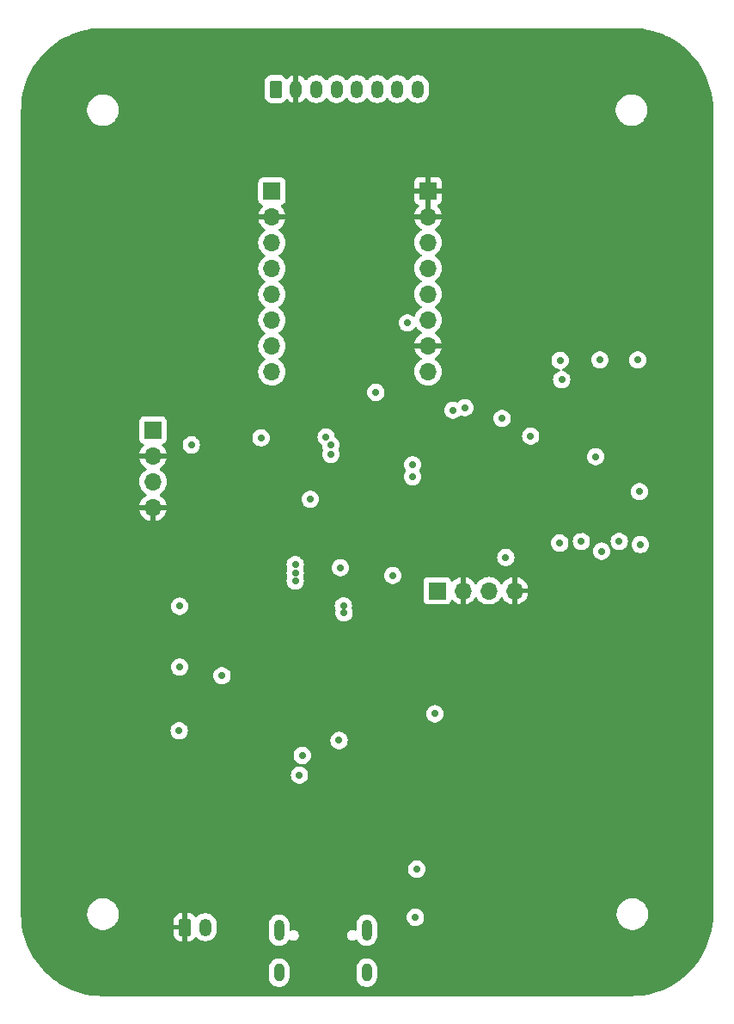
<source format=gbr>
%TF.GenerationSoftware,KiCad,Pcbnew,8.0.7*%
%TF.CreationDate,2025-02-23T15:46:05-05:00*%
%TF.ProjectId,RP2350_V1,52503233-3530-45f5-9631-2e6b69636164,1.0*%
%TF.SameCoordinates,Original*%
%TF.FileFunction,Copper,L2,Inr*%
%TF.FilePolarity,Positive*%
%FSLAX46Y46*%
G04 Gerber Fmt 4.6, Leading zero omitted, Abs format (unit mm)*
G04 Created by KiCad (PCBNEW 8.0.7) date 2025-02-23 15:46:05*
%MOMM*%
%LPD*%
G01*
G04 APERTURE LIST*
G04 Aperture macros list*
%AMRoundRect*
0 Rectangle with rounded corners*
0 $1 Rounding radius*
0 $2 $3 $4 $5 $6 $7 $8 $9 X,Y pos of 4 corners*
0 Add a 4 corners polygon primitive as box body*
4,1,4,$2,$3,$4,$5,$6,$7,$8,$9,$2,$3,0*
0 Add four circle primitives for the rounded corners*
1,1,$1+$1,$2,$3*
1,1,$1+$1,$4,$5*
1,1,$1+$1,$6,$7*
1,1,$1+$1,$8,$9*
0 Add four rect primitives between the rounded corners*
20,1,$1+$1,$2,$3,$4,$5,0*
20,1,$1+$1,$4,$5,$6,$7,0*
20,1,$1+$1,$6,$7,$8,$9,0*
20,1,$1+$1,$8,$9,$2,$3,0*%
G04 Aperture macros list end*
%TA.AperFunction,ComponentPad*%
%ADD10R,1.700000X1.700000*%
%TD*%
%TA.AperFunction,ComponentPad*%
%ADD11O,1.700000X1.700000*%
%TD*%
%TA.AperFunction,ComponentPad*%
%ADD12O,1.000000X2.100000*%
%TD*%
%TA.AperFunction,ComponentPad*%
%ADD13O,1.000000X1.800000*%
%TD*%
%TA.AperFunction,ComponentPad*%
%ADD14RoundRect,0.250000X-0.350000X-0.625000X0.350000X-0.625000X0.350000X0.625000X-0.350000X0.625000X0*%
%TD*%
%TA.AperFunction,ComponentPad*%
%ADD15O,1.200000X1.750000*%
%TD*%
%TA.AperFunction,HeatsinkPad*%
%ADD16C,0.800000*%
%TD*%
%TA.AperFunction,ViaPad*%
%ADD17C,0.700000*%
%TD*%
G04 APERTURE END LIST*
D10*
%TO.N,unconnected-(J4-Pin_1-Pad1)*%
%TO.C,J4*%
X137495000Y-47805000D03*
D11*
%TO.N,GND*%
X137495000Y-50345000D03*
%TO.N,/CS{slash}NSS*%
X137495000Y-52885000D03*
%TO.N,/SPI0_CLK*%
X137495000Y-55425000D03*
%TO.N,/SPI0_TX*%
X137495000Y-57965000D03*
%TO.N,/SPI0_RX*%
X137495000Y-60505000D03*
%TO.N,/uC_RESET*%
X137495000Y-63045000D03*
%TO.N,/uC_BUSY*%
X137495000Y-65585000D03*
%TD*%
D10*
%TO.N,GND*%
%TO.C,J2*%
X152880000Y-47770000D03*
D11*
X152880000Y-50310000D03*
%TO.N,unconnected-(J2-Pin_3-Pad3)*%
X152880000Y-52850000D03*
%TO.N,unconnected-(J2-Pin_4-Pad4)*%
X152880000Y-55390000D03*
%TO.N,unconnected-(J2-Pin_5-Pad5)*%
X152880000Y-57930000D03*
%TO.N,/DIO1*%
X152880000Y-60470000D03*
%TO.N,GND*%
X152880000Y-63010000D03*
%TO.N,+3V3*%
X152880000Y-65550000D03*
%TD*%
D12*
%TO.N,unconnected-(J3-SHIELD-PadS1)_3*%
%TO.C,J3*%
X138200000Y-120520000D03*
D13*
%TO.N,unconnected-(J3-SHIELD-PadS1)_1*%
X138200000Y-124700000D03*
D12*
%TO.N,unconnected-(J3-SHIELD-PadS1)_2*%
X146840000Y-120520000D03*
D13*
%TO.N,unconnected-(J3-SHIELD-PadS1)*%
X146840000Y-124700000D03*
%TD*%
D10*
%TO.N,/SWCLK*%
%TO.C,J1*%
X125775000Y-71310000D03*
D11*
%TO.N,GND*%
X125775000Y-73850000D03*
%TO.N,/SWD*%
X125775000Y-76390000D03*
%TO.N,GND*%
X125775000Y-78930000D03*
%TD*%
D14*
%TO.N,+3V3*%
%TO.C,J5*%
X137850000Y-37760000D03*
D15*
%TO.N,GND*%
X139850000Y-37760000D03*
%TO.N,/SPI1_TX*%
X141850000Y-37760000D03*
%TO.N,/SPI1_CLK*%
X143850000Y-37760000D03*
%TO.N,/SPI1_CS*%
X145850000Y-37760000D03*
%TO.N,/DISPLAY_DC*%
X147850000Y-37760000D03*
%TO.N,/DISPLAY_RESET*%
X149850000Y-37760000D03*
%TO.N,/DISPLAY_BUSY*%
X151850000Y-37760000D03*
%TD*%
D14*
%TO.N,GND*%
%TO.C,J6*%
X128925000Y-120225000D03*
D15*
%TO.N,/VBAT*%
X130925000Y-120225000D03*
%TD*%
D10*
%TO.N,/UART_Tx_DEBUG*%
%TO.C,J7*%
X153770000Y-87120000D03*
D11*
%TO.N,GND*%
X156310000Y-87120000D03*
%TO.N,/UART_Rx_DEBUG*%
X158850000Y-87120000D03*
%TO.N,GND*%
X161390000Y-87120000D03*
%TD*%
D16*
%TO.N,GND*%
%TO.C,U1*%
X146012500Y-83780000D03*
X146012500Y-82580000D03*
X146012500Y-81380000D03*
X144812500Y-83780000D03*
X144812500Y-82580000D03*
X144762500Y-81380000D03*
X143612500Y-83780000D03*
X143612500Y-82580000D03*
X143612500Y-81380000D03*
%TD*%
D17*
%TO.N,GND*%
X134500000Y-123850000D03*
X137990000Y-82300000D03*
X148902800Y-97867324D03*
X149350000Y-75300000D03*
X137275000Y-102225000D03*
X152853058Y-81043058D03*
X145415000Y-76025000D03*
X156535000Y-111485000D03*
X167820000Y-81160000D03*
X119440000Y-91550000D03*
X141490000Y-88650000D03*
X173380000Y-74750000D03*
X141800000Y-116275000D03*
X157150000Y-120775000D03*
X142300000Y-108640200D03*
X148080000Y-117560000D03*
X127925000Y-115650000D03*
X133800000Y-105420000D03*
X137400000Y-106000000D03*
X137990000Y-83290000D03*
X131075000Y-62400000D03*
X142125000Y-110100000D03*
X137387500Y-97487500D03*
X141500000Y-87590000D03*
X131300000Y-97310000D03*
X128130000Y-97610000D03*
X128122500Y-85647500D03*
X155930000Y-92645000D03*
X164000000Y-65550000D03*
X145700000Y-69975000D03*
X133810000Y-103330000D03*
X153100000Y-83575000D03*
X167800000Y-65575000D03*
X150175000Y-69925000D03*
X146350000Y-118380000D03*
X164200000Y-98010000D03*
X147925000Y-92875000D03*
X119420000Y-97710000D03*
X145275000Y-73250000D03*
X172980000Y-85950000D03*
X158340000Y-60130000D03*
X150390000Y-87570000D03*
X143550000Y-67725000D03*
X129270000Y-98790000D03*
X133720000Y-114175000D03*
X134450000Y-116475000D03*
X139837500Y-87637500D03*
X150550000Y-72875000D03*
X122175000Y-62400000D03*
X165410000Y-84640000D03*
X119440000Y-85450000D03*
X146175000Y-97875000D03*
X172960000Y-91980000D03*
X143422746Y-116949999D03*
X149848071Y-76723071D03*
X164132615Y-92075698D03*
X162950000Y-70475000D03*
X157150000Y-117975000D03*
X171600000Y-65575000D03*
X137770000Y-95760000D03*
X136625000Y-110690200D03*
X128070000Y-91550000D03*
X138874314Y-118425686D03*
X171550000Y-81100000D03*
X136775000Y-85165000D03*
X133820000Y-104350000D03*
X164890000Y-60200000D03*
X163925000Y-81175000D03*
X172980000Y-97890000D03*
X144425000Y-74950000D03*
%TO.N,+3V3*%
X149400000Y-85607200D03*
X139790000Y-84550000D03*
X171700000Y-82275000D03*
X141280000Y-78130000D03*
X173540000Y-64420000D03*
X167970000Y-82270000D03*
X169780000Y-64410000D03*
X139790000Y-85360000D03*
X144100000Y-101850000D03*
X165850000Y-82425000D03*
X165875000Y-64450000D03*
X147725000Y-67600000D03*
X153550000Y-99225000D03*
X173700000Y-77375000D03*
X139790000Y-86150000D03*
%TO.N,+1V1*%
X144532322Y-88617678D03*
X144600000Y-89300000D03*
X144240000Y-84850000D03*
%TO.N,/VBAT*%
X151625000Y-119250000D03*
%TO.N,/SWD*%
X143319974Y-73699546D03*
%TO.N,/SWCLK*%
X143275000Y-72754569D03*
%TO.N,/DIO1*%
X136410000Y-72075000D03*
X150825000Y-60775000D03*
%TO.N,/DISPLAY_RESET*%
X151350000Y-75900000D03*
X156520000Y-69100000D03*
%TO.N,/DISPLAY_BUSY*%
X151350000Y-74725000D03*
X155330000Y-69350000D03*
%TO.N,/RUN*%
X129550000Y-72775000D03*
X142825000Y-71975000D03*
%TO.N,/~{USB_BOOT}*%
X160175000Y-70175000D03*
X160525000Y-83850000D03*
%TO.N,Net-(R20-Pad2)*%
X128382500Y-88642500D03*
X166032500Y-66357500D03*
%TO.N,Net-(R23-Pad2)*%
X128380000Y-94630000D03*
X169975000Y-83225000D03*
%TO.N,Net-(R24-Pad2)*%
X128355000Y-100905000D03*
X173800000Y-82575000D03*
%TO.N,/BTN_MACRO_C*%
X169397500Y-73927500D03*
X162975000Y-71900000D03*
%TO.N,/Converter_In*%
X140200000Y-105250000D03*
X140475000Y-103325000D03*
%TO.N,/UVLO_RST*%
X132575000Y-95485000D03*
X151740000Y-114510000D03*
%TD*%
%TA.AperFunction,Conductor*%
%TO.N,GND*%
G36*
X153130000Y-49876988D02*
G01*
X153072993Y-49844075D01*
X152945826Y-49810000D01*
X152814174Y-49810000D01*
X152687007Y-49844075D01*
X152630000Y-49876988D01*
X152630000Y-48203012D01*
X152687007Y-48235925D01*
X152814174Y-48270000D01*
X152945826Y-48270000D01*
X153072993Y-48235925D01*
X153130000Y-48203012D01*
X153130000Y-49876988D01*
G37*
%TD.AperFunction*%
%TA.AperFunction,Conductor*%
G36*
X172912107Y-31755893D02*
G01*
X172938367Y-31756790D01*
X173456078Y-31774475D01*
X173464501Y-31775052D01*
X174003842Y-31830497D01*
X174012180Y-31831643D01*
X174541716Y-31922945D01*
X174546472Y-31923765D01*
X174554761Y-31925487D01*
X175081504Y-32053851D01*
X175089618Y-32056124D01*
X175460581Y-32173862D01*
X175606395Y-32220141D01*
X175614350Y-32222967D01*
X176118750Y-32421878D01*
X176126459Y-32425227D01*
X176616084Y-32658082D01*
X176623576Y-32661963D01*
X177069626Y-32912764D01*
X177096162Y-32927685D01*
X177103396Y-32932084D01*
X177556737Y-33229429D01*
X177563653Y-33234311D01*
X177995639Y-33561896D01*
X178002207Y-33567240D01*
X178410824Y-33923535D01*
X178417012Y-33929314D01*
X178800372Y-34312672D01*
X178806151Y-34318860D01*
X179162454Y-34727484D01*
X179167784Y-34734035D01*
X179194973Y-34769889D01*
X179495383Y-35166040D01*
X179500265Y-35172957D01*
X179797598Y-35626275D01*
X179801998Y-35633509D01*
X180067720Y-36106094D01*
X180071614Y-36113610D01*
X180304457Y-36603206D01*
X180307830Y-36610972D01*
X180506715Y-37115307D01*
X180509551Y-37123285D01*
X180673564Y-37640042D01*
X180675848Y-37648195D01*
X180804208Y-38174918D01*
X180805931Y-38183208D01*
X180898049Y-38717474D01*
X180899202Y-38725862D01*
X180954645Y-39265165D01*
X180955223Y-39273612D01*
X180973786Y-39816957D01*
X180973858Y-39821191D01*
X180973858Y-39872933D01*
X180974500Y-39881088D01*
X180974500Y-118874235D01*
X180973858Y-118882394D01*
X180973858Y-118933515D01*
X180973786Y-118937749D01*
X180955203Y-119481708D01*
X180954625Y-119490155D01*
X180899184Y-120029457D01*
X180898031Y-120037845D01*
X180805913Y-120572111D01*
X180804190Y-120580401D01*
X180675832Y-121107123D01*
X180673548Y-121115276D01*
X180509536Y-121632033D01*
X180506701Y-121640011D01*
X180307809Y-122144364D01*
X180304443Y-122152113D01*
X180071602Y-122641708D01*
X180067707Y-122649226D01*
X179801992Y-123121798D01*
X179797593Y-123129032D01*
X179500249Y-123582371D01*
X179495366Y-123589288D01*
X179167781Y-124021273D01*
X179162437Y-124027841D01*
X178806142Y-124436457D01*
X178800363Y-124442645D01*
X178417004Y-124826004D01*
X178410816Y-124831783D01*
X178002200Y-125188078D01*
X177995632Y-125193422D01*
X177563647Y-125521007D01*
X177556730Y-125525890D01*
X177103391Y-125823234D01*
X177096157Y-125827633D01*
X176623585Y-126093348D01*
X176616067Y-126097243D01*
X176126483Y-126330078D01*
X176118717Y-126333452D01*
X175614356Y-126532345D01*
X175606378Y-126535180D01*
X175089635Y-126699188D01*
X175081482Y-126701472D01*
X174554760Y-126829830D01*
X174546470Y-126831553D01*
X174012203Y-126923671D01*
X174003815Y-126924824D01*
X173464513Y-126980265D01*
X173456066Y-126980843D01*
X173185594Y-126990083D01*
X172912033Y-126999428D01*
X172907831Y-126999500D01*
X120842126Y-126999500D01*
X120837892Y-126999428D01*
X120293934Y-126980845D01*
X120285487Y-126980267D01*
X119746187Y-126924826D01*
X119737799Y-126923673D01*
X119737787Y-126923671D01*
X119728036Y-126921989D01*
X119203534Y-126831555D01*
X119195244Y-126829832D01*
X118668523Y-126701474D01*
X118660370Y-126699190D01*
X118143615Y-126535178D01*
X118135637Y-126532342D01*
X117631303Y-126333458D01*
X117623537Y-126330085D01*
X117623522Y-126330078D01*
X117133941Y-126097242D01*
X117126425Y-126093348D01*
X116653844Y-125827627D01*
X116646610Y-125823227D01*
X116193301Y-125525900D01*
X116186383Y-125521018D01*
X116186368Y-125521007D01*
X116016023Y-125391829D01*
X115761139Y-125198543D01*
X137199499Y-125198543D01*
X137237947Y-125391829D01*
X137237950Y-125391839D01*
X137313364Y-125573907D01*
X137313371Y-125573920D01*
X137422860Y-125737781D01*
X137422863Y-125737785D01*
X137562214Y-125877136D01*
X137562218Y-125877139D01*
X137726079Y-125986628D01*
X137726092Y-125986635D01*
X137908160Y-126062049D01*
X137908165Y-126062051D01*
X137908169Y-126062051D01*
X137908170Y-126062052D01*
X138101456Y-126100500D01*
X138101459Y-126100500D01*
X138298543Y-126100500D01*
X138428582Y-126074632D01*
X138491835Y-126062051D01*
X138673914Y-125986632D01*
X138837782Y-125877139D01*
X138977139Y-125737782D01*
X139086632Y-125573914D01*
X139162051Y-125391835D01*
X139187639Y-125263197D01*
X139200500Y-125198543D01*
X145839499Y-125198543D01*
X145877947Y-125391829D01*
X145877950Y-125391839D01*
X145953364Y-125573907D01*
X145953371Y-125573920D01*
X146062860Y-125737781D01*
X146062863Y-125737785D01*
X146202214Y-125877136D01*
X146202218Y-125877139D01*
X146366079Y-125986628D01*
X146366092Y-125986635D01*
X146548160Y-126062049D01*
X146548165Y-126062051D01*
X146548169Y-126062051D01*
X146548170Y-126062052D01*
X146741456Y-126100500D01*
X146741459Y-126100500D01*
X146938543Y-126100500D01*
X147068582Y-126074632D01*
X147131835Y-126062051D01*
X147313914Y-125986632D01*
X147477782Y-125877139D01*
X147617139Y-125737782D01*
X147726632Y-125573914D01*
X147802051Y-125391835D01*
X147827639Y-125263197D01*
X147840500Y-125198543D01*
X147840500Y-124201456D01*
X147802052Y-124008170D01*
X147802051Y-124008169D01*
X147802051Y-124008165D01*
X147792633Y-123985427D01*
X147726635Y-123826092D01*
X147726628Y-123826079D01*
X147617139Y-123662218D01*
X147617136Y-123662214D01*
X147477785Y-123522863D01*
X147477781Y-123522860D01*
X147313920Y-123413371D01*
X147313907Y-123413364D01*
X147131839Y-123337950D01*
X147131829Y-123337947D01*
X146938543Y-123299500D01*
X146938541Y-123299500D01*
X146741459Y-123299500D01*
X146741457Y-123299500D01*
X146548170Y-123337947D01*
X146548160Y-123337950D01*
X146366092Y-123413364D01*
X146366079Y-123413371D01*
X146202218Y-123522860D01*
X146202214Y-123522863D01*
X146062863Y-123662214D01*
X146062860Y-123662218D01*
X145953371Y-123826079D01*
X145953364Y-123826092D01*
X145877950Y-124008160D01*
X145877947Y-124008170D01*
X145839500Y-124201456D01*
X145839500Y-124201459D01*
X145839500Y-125198541D01*
X145839500Y-125198543D01*
X145839499Y-125198543D01*
X139200500Y-125198543D01*
X139200500Y-124201456D01*
X139162052Y-124008170D01*
X139162051Y-124008169D01*
X139162051Y-124008165D01*
X139152633Y-123985427D01*
X139086635Y-123826092D01*
X139086628Y-123826079D01*
X138977139Y-123662218D01*
X138977136Y-123662214D01*
X138837785Y-123522863D01*
X138837781Y-123522860D01*
X138673920Y-123413371D01*
X138673907Y-123413364D01*
X138491839Y-123337950D01*
X138491829Y-123337947D01*
X138298543Y-123299500D01*
X138298541Y-123299500D01*
X138101459Y-123299500D01*
X138101457Y-123299500D01*
X137908170Y-123337947D01*
X137908160Y-123337950D01*
X137726092Y-123413364D01*
X137726079Y-123413371D01*
X137562218Y-123522860D01*
X137562214Y-123522863D01*
X137422863Y-123662214D01*
X137422860Y-123662218D01*
X137313371Y-123826079D01*
X137313364Y-123826092D01*
X137237950Y-124008160D01*
X137237947Y-124008170D01*
X137199500Y-124201456D01*
X137199500Y-124201459D01*
X137199500Y-125198541D01*
X137199500Y-125198543D01*
X137199499Y-125198543D01*
X115761139Y-125198543D01*
X115754377Y-125193415D01*
X115747810Y-125188071D01*
X115339210Y-124831789D01*
X115333021Y-124826010D01*
X114949659Y-124442645D01*
X114943880Y-124436457D01*
X114587588Y-124027841D01*
X114587570Y-124027820D01*
X114582244Y-124021273D01*
X114309964Y-123662214D01*
X114254662Y-123589286D01*
X114249779Y-123582369D01*
X113952437Y-123129032D01*
X113952424Y-123129012D01*
X113948038Y-123121798D01*
X113682327Y-122649226D01*
X113678436Y-122641718D01*
X113678431Y-122641708D01*
X113445593Y-122152111D01*
X113442220Y-122144345D01*
X113243334Y-121639997D01*
X113240499Y-121632019D01*
X113230495Y-121600500D01*
X113076495Y-121115276D01*
X113074215Y-121107136D01*
X112945853Y-120580387D01*
X112944133Y-120572111D01*
X112852020Y-120037845D01*
X112850867Y-120029458D01*
X112842259Y-119945721D01*
X112795427Y-119490142D01*
X112794851Y-119481725D01*
X112776213Y-118936052D01*
X112776142Y-118931820D01*
X112776142Y-118915641D01*
X112776143Y-118888050D01*
X112776142Y-118888046D01*
X112776142Y-118882402D01*
X112775500Y-118874232D01*
X112775500Y-118813673D01*
X119289500Y-118813673D01*
X119289500Y-119057727D01*
X119301021Y-119130469D01*
X119327668Y-119298712D01*
X119327679Y-119298776D01*
X119403096Y-119530885D01*
X119513863Y-119748279D01*
X119513896Y-119748342D01*
X119657339Y-119945776D01*
X119657343Y-119945781D01*
X119829918Y-120118356D01*
X119829923Y-120118360D01*
X120002136Y-120243479D01*
X120027361Y-120261806D01*
X120244815Y-120372604D01*
X120476924Y-120448021D01*
X120717973Y-120486200D01*
X120717974Y-120486200D01*
X120962026Y-120486200D01*
X120962027Y-120486200D01*
X121203076Y-120448021D01*
X121435185Y-120372604D01*
X121652639Y-120261806D01*
X121850083Y-120118355D01*
X122022655Y-119945783D01*
X122166106Y-119748339D01*
X122267158Y-119550013D01*
X127825000Y-119550013D01*
X127825000Y-119975000D01*
X128644670Y-119975000D01*
X128624925Y-119994745D01*
X128575556Y-120080255D01*
X128550000Y-120175630D01*
X128550000Y-120274370D01*
X128575556Y-120369745D01*
X128624925Y-120455255D01*
X128644670Y-120475000D01*
X127825001Y-120475000D01*
X127825001Y-120899986D01*
X127835494Y-121002697D01*
X127890641Y-121169119D01*
X127890643Y-121169124D01*
X127982684Y-121318345D01*
X128106654Y-121442315D01*
X128255875Y-121534356D01*
X128255880Y-121534358D01*
X128422302Y-121589505D01*
X128422309Y-121589506D01*
X128525019Y-121599999D01*
X128674999Y-121599999D01*
X128675000Y-121599998D01*
X128675000Y-120505330D01*
X128694745Y-120525075D01*
X128780255Y-120574444D01*
X128875630Y-120600000D01*
X128974370Y-120600000D01*
X129069745Y-120574444D01*
X129155255Y-120525075D01*
X129175000Y-120505330D01*
X129175000Y-121599999D01*
X129324972Y-121599999D01*
X129324986Y-121599998D01*
X129427697Y-121589505D01*
X129594119Y-121534358D01*
X129594124Y-121534356D01*
X129743345Y-121442315D01*
X129867315Y-121318345D01*
X129906945Y-121254094D01*
X129958893Y-121207368D01*
X130027855Y-121196145D01*
X130091937Y-121223988D01*
X130100166Y-121231508D01*
X130208072Y-121339414D01*
X130348212Y-121441232D01*
X130502555Y-121519873D01*
X130667299Y-121573402D01*
X130838389Y-121600500D01*
X130838390Y-121600500D01*
X131011610Y-121600500D01*
X131011611Y-121600500D01*
X131182701Y-121573402D01*
X131347445Y-121519873D01*
X131501788Y-121441232D01*
X131641928Y-121339414D01*
X131764414Y-121216928D01*
X131799568Y-121168543D01*
X137199499Y-121168543D01*
X137237947Y-121361829D01*
X137237950Y-121361839D01*
X137313364Y-121543907D01*
X137313371Y-121543920D01*
X137422860Y-121707781D01*
X137422863Y-121707785D01*
X137562214Y-121847136D01*
X137562218Y-121847139D01*
X137726079Y-121956628D01*
X137726092Y-121956635D01*
X137908160Y-122032049D01*
X137908165Y-122032051D01*
X137908169Y-122032051D01*
X137908170Y-122032052D01*
X138101456Y-122070500D01*
X138101459Y-122070500D01*
X138298543Y-122070500D01*
X138428582Y-122044632D01*
X138491835Y-122032051D01*
X138673914Y-121956632D01*
X138837782Y-121847139D01*
X138977139Y-121707782D01*
X139086632Y-121543914D01*
X139110544Y-121486182D01*
X139154384Y-121431782D01*
X139220678Y-121409716D01*
X139288377Y-121426995D01*
X139300334Y-121436283D01*
X139300890Y-121435559D01*
X139307338Y-121440507D01*
X139327704Y-121452265D01*
X139427164Y-121509688D01*
X139560817Y-121545500D01*
X139560819Y-121545500D01*
X139699181Y-121545500D01*
X139699183Y-121545500D01*
X139832836Y-121509688D01*
X139952665Y-121440505D01*
X140050505Y-121342665D01*
X140119688Y-121222836D01*
X140155500Y-121089183D01*
X140155500Y-120950817D01*
X144884500Y-120950817D01*
X144884500Y-121089183D01*
X144918730Y-121216929D01*
X144920312Y-121222835D01*
X144920313Y-121222838D01*
X144989492Y-121342661D01*
X144989494Y-121342664D01*
X144989495Y-121342665D01*
X145087335Y-121440505D01*
X145087336Y-121440506D01*
X145087338Y-121440507D01*
X145107704Y-121452265D01*
X145207164Y-121509688D01*
X145340817Y-121545500D01*
X145340819Y-121545500D01*
X145479181Y-121545500D01*
X145479183Y-121545500D01*
X145612836Y-121509688D01*
X145732665Y-121440505D01*
X145732669Y-121440500D01*
X145739110Y-121435559D01*
X145741238Y-121438333D01*
X145788331Y-121412516D01*
X145858031Y-121417382D01*
X145914035Y-121459159D01*
X145929455Y-121486184D01*
X145953366Y-121543910D01*
X145953371Y-121543920D01*
X146062860Y-121707781D01*
X146062863Y-121707785D01*
X146202214Y-121847136D01*
X146202218Y-121847139D01*
X146366079Y-121956628D01*
X146366092Y-121956635D01*
X146548160Y-122032049D01*
X146548165Y-122032051D01*
X146548169Y-122032051D01*
X146548170Y-122032052D01*
X146741456Y-122070500D01*
X146741459Y-122070500D01*
X146938543Y-122070500D01*
X147068582Y-122044632D01*
X147131835Y-122032051D01*
X147313914Y-121956632D01*
X147477782Y-121847139D01*
X147617139Y-121707782D01*
X147726632Y-121543914D01*
X147802051Y-121361835D01*
X147840500Y-121168541D01*
X147840500Y-119871459D01*
X147840500Y-119871456D01*
X147802052Y-119678170D01*
X147802051Y-119678169D01*
X147802051Y-119678165D01*
X147802049Y-119678160D01*
X147726635Y-119496092D01*
X147726628Y-119496079D01*
X147617139Y-119332218D01*
X147617136Y-119332214D01*
X147534922Y-119250000D01*
X150769815Y-119250000D01*
X150788503Y-119427805D01*
X150788504Y-119427807D01*
X150843747Y-119597829D01*
X150843750Y-119597835D01*
X150933141Y-119752665D01*
X150962614Y-119785398D01*
X151052764Y-119885521D01*
X151052767Y-119885523D01*
X151052770Y-119885526D01*
X151197407Y-119990612D01*
X151360733Y-120063329D01*
X151535609Y-120100500D01*
X151535610Y-120100500D01*
X151714389Y-120100500D01*
X151714391Y-120100500D01*
X151889267Y-120063329D01*
X152052593Y-119990612D01*
X152197230Y-119885526D01*
X152316859Y-119752665D01*
X152406250Y-119597835D01*
X152461497Y-119427803D01*
X152480185Y-119250000D01*
X152461497Y-119072197D01*
X152417128Y-118935644D01*
X152406252Y-118902170D01*
X152406249Y-118902164D01*
X152355124Y-118813613D01*
X171449500Y-118813613D01*
X171449500Y-119057667D01*
X171449510Y-119057727D01*
X171479486Y-119246992D01*
X171487679Y-119298716D01*
X171563096Y-119530825D01*
X171645372Y-119692302D01*
X171673896Y-119748282D01*
X171817339Y-119945716D01*
X171817343Y-119945721D01*
X171989918Y-120118296D01*
X171989923Y-120118300D01*
X171990006Y-120118360D01*
X172187361Y-120261746D01*
X172404815Y-120372544D01*
X172636924Y-120447961D01*
X172877973Y-120486140D01*
X172877974Y-120486140D01*
X173122026Y-120486140D01*
X173122027Y-120486140D01*
X173363076Y-120447961D01*
X173595185Y-120372544D01*
X173812639Y-120261746D01*
X174010083Y-120118295D01*
X174182655Y-119945723D01*
X174326106Y-119748279D01*
X174436904Y-119530825D01*
X174512321Y-119298716D01*
X174550500Y-119057667D01*
X174550500Y-118813613D01*
X174512321Y-118572564D01*
X174436904Y-118340455D01*
X174326106Y-118123001D01*
X174307779Y-118097776D01*
X174182660Y-117925563D01*
X174182656Y-117925558D01*
X174010081Y-117752983D01*
X174010076Y-117752979D01*
X173812642Y-117609536D01*
X173812641Y-117609535D01*
X173812639Y-117609534D01*
X173595185Y-117498736D01*
X173363076Y-117423319D01*
X173363074Y-117423318D01*
X173363072Y-117423318D01*
X173194769Y-117396661D01*
X173122027Y-117385140D01*
X172877973Y-117385140D01*
X172822093Y-117393990D01*
X172636927Y-117423318D01*
X172404812Y-117498737D01*
X172187357Y-117609536D01*
X171989923Y-117752979D01*
X171989918Y-117752983D01*
X171817343Y-117925558D01*
X171817339Y-117925563D01*
X171673896Y-118122997D01*
X171563097Y-118340452D01*
X171563096Y-118340454D01*
X171563096Y-118340455D01*
X171563077Y-118340515D01*
X171487678Y-118572567D01*
X171459997Y-118747336D01*
X171449500Y-118813613D01*
X152355124Y-118813613D01*
X152316859Y-118747335D01*
X152270003Y-118695296D01*
X152197235Y-118614478D01*
X152197232Y-118614476D01*
X152197231Y-118614475D01*
X152197230Y-118614474D01*
X152052593Y-118509388D01*
X151889267Y-118436671D01*
X151889265Y-118436670D01*
X151761594Y-118409533D01*
X151714391Y-118399500D01*
X151535609Y-118399500D01*
X151504954Y-118406015D01*
X151360733Y-118436670D01*
X151360728Y-118436672D01*
X151197408Y-118509387D01*
X151052768Y-118614475D01*
X150933140Y-118747336D01*
X150843750Y-118902164D01*
X150843747Y-118902170D01*
X150788504Y-119072192D01*
X150788503Y-119072194D01*
X150769815Y-119250000D01*
X147534922Y-119250000D01*
X147477785Y-119192863D01*
X147477781Y-119192860D01*
X147313920Y-119083371D01*
X147313907Y-119083364D01*
X147131839Y-119007950D01*
X147131829Y-119007947D01*
X146938543Y-118969500D01*
X146938541Y-118969500D01*
X146741459Y-118969500D01*
X146741457Y-118969500D01*
X146548170Y-119007947D01*
X146548160Y-119007950D01*
X146366092Y-119083364D01*
X146366079Y-119083371D01*
X146202218Y-119192860D01*
X146202214Y-119192863D01*
X146062863Y-119332214D01*
X146062860Y-119332218D01*
X145953371Y-119496079D01*
X145953364Y-119496092D01*
X145877950Y-119678160D01*
X145877947Y-119678170D01*
X145839500Y-119871456D01*
X145839500Y-120446402D01*
X145819815Y-120513441D01*
X145767011Y-120559196D01*
X145697853Y-120569140D01*
X145653501Y-120553789D01*
X145612842Y-120530315D01*
X145612838Y-120530313D01*
X145612836Y-120530312D01*
X145479183Y-120494500D01*
X145340817Y-120494500D01*
X145207164Y-120530312D01*
X145207161Y-120530313D01*
X145087338Y-120599492D01*
X145087333Y-120599496D01*
X144989496Y-120697333D01*
X144989492Y-120697338D01*
X144920313Y-120817161D01*
X144920312Y-120817164D01*
X144884500Y-120950817D01*
X140155500Y-120950817D01*
X140119688Y-120817164D01*
X140050505Y-120697335D01*
X139952665Y-120599495D01*
X139952664Y-120599494D01*
X139952661Y-120599492D01*
X139832838Y-120530313D01*
X139832837Y-120530312D01*
X139832836Y-120530312D01*
X139699183Y-120494500D01*
X139560817Y-120494500D01*
X139427164Y-120530312D01*
X139427157Y-120530315D01*
X139386499Y-120553789D01*
X139318599Y-120570262D01*
X139252572Y-120547409D01*
X139209382Y-120492488D01*
X139200500Y-120446402D01*
X139200500Y-119871456D01*
X139162052Y-119678170D01*
X139162051Y-119678169D01*
X139162051Y-119678165D01*
X139162049Y-119678160D01*
X139086635Y-119496092D01*
X139086628Y-119496079D01*
X138977139Y-119332218D01*
X138977136Y-119332214D01*
X138837785Y-119192863D01*
X138837781Y-119192860D01*
X138673920Y-119083371D01*
X138673907Y-119083364D01*
X138491839Y-119007950D01*
X138491829Y-119007947D01*
X138298543Y-118969500D01*
X138298541Y-118969500D01*
X138101459Y-118969500D01*
X138101457Y-118969500D01*
X137908170Y-119007947D01*
X137908160Y-119007950D01*
X137726092Y-119083364D01*
X137726079Y-119083371D01*
X137562218Y-119192860D01*
X137562214Y-119192863D01*
X137422863Y-119332214D01*
X137422860Y-119332218D01*
X137313371Y-119496079D01*
X137313364Y-119496092D01*
X137237950Y-119678160D01*
X137237947Y-119678170D01*
X137199500Y-119871456D01*
X137199500Y-119871459D01*
X137199500Y-121168541D01*
X137199500Y-121168543D01*
X137199499Y-121168543D01*
X131799568Y-121168543D01*
X131866232Y-121076788D01*
X131944873Y-120922445D01*
X131998402Y-120757701D01*
X132025500Y-120586611D01*
X132025500Y-119863389D01*
X131998402Y-119692299D01*
X131944873Y-119527555D01*
X131866232Y-119373212D01*
X131764414Y-119233072D01*
X131641928Y-119110586D01*
X131501788Y-119008768D01*
X131347445Y-118930127D01*
X131182701Y-118876598D01*
X131182699Y-118876597D01*
X131182698Y-118876597D01*
X131051271Y-118855781D01*
X131011611Y-118849500D01*
X130838389Y-118849500D01*
X130798728Y-118855781D01*
X130667302Y-118876597D01*
X130502552Y-118930128D01*
X130348211Y-119008768D01*
X130208073Y-119110585D01*
X130100166Y-119218492D01*
X130038843Y-119251976D01*
X129969151Y-119246992D01*
X129913218Y-119205120D01*
X129906946Y-119195906D01*
X129867317Y-119131656D01*
X129743345Y-119007684D01*
X129594124Y-118915643D01*
X129594119Y-118915641D01*
X129427697Y-118860494D01*
X129427690Y-118860493D01*
X129324986Y-118850000D01*
X129175000Y-118850000D01*
X129175000Y-119944670D01*
X129155255Y-119924925D01*
X129069745Y-119875556D01*
X128974370Y-119850000D01*
X128875630Y-119850000D01*
X128780255Y-119875556D01*
X128694745Y-119924925D01*
X128675000Y-119944670D01*
X128675000Y-118850000D01*
X128525027Y-118850000D01*
X128525012Y-118850001D01*
X128422302Y-118860494D01*
X128255880Y-118915641D01*
X128255875Y-118915643D01*
X128106654Y-119007684D01*
X127982684Y-119131654D01*
X127890643Y-119280875D01*
X127890641Y-119280880D01*
X127835494Y-119447302D01*
X127835493Y-119447309D01*
X127825000Y-119550013D01*
X122267158Y-119550013D01*
X122276904Y-119530885D01*
X122352321Y-119298776D01*
X122390500Y-119057727D01*
X122390500Y-118813673D01*
X122352321Y-118572624D01*
X122276904Y-118340515D01*
X122166106Y-118123061D01*
X122147779Y-118097836D01*
X122022660Y-117925623D01*
X122022656Y-117925618D01*
X121850081Y-117753043D01*
X121850076Y-117753039D01*
X121652642Y-117609596D01*
X121652641Y-117609595D01*
X121652639Y-117609594D01*
X121435185Y-117498796D01*
X121203076Y-117423379D01*
X121203074Y-117423378D01*
X121203072Y-117423378D01*
X121034769Y-117396721D01*
X120962027Y-117385200D01*
X120717973Y-117385200D01*
X120662093Y-117394050D01*
X120476927Y-117423378D01*
X120244812Y-117498797D01*
X120027357Y-117609596D01*
X119829923Y-117753039D01*
X119829918Y-117753043D01*
X119657343Y-117925618D01*
X119657339Y-117925623D01*
X119513896Y-118123057D01*
X119403097Y-118340512D01*
X119327678Y-118572627D01*
X119300007Y-118747335D01*
X119289500Y-118813673D01*
X112775500Y-118813673D01*
X112775500Y-114510000D01*
X150884815Y-114510000D01*
X150903503Y-114687805D01*
X150903504Y-114687807D01*
X150958747Y-114857829D01*
X150958750Y-114857835D01*
X151048141Y-115012665D01*
X151089812Y-115058946D01*
X151167764Y-115145521D01*
X151167767Y-115145523D01*
X151167770Y-115145526D01*
X151312407Y-115250612D01*
X151475733Y-115323329D01*
X151650609Y-115360500D01*
X151650610Y-115360500D01*
X151829389Y-115360500D01*
X151829391Y-115360500D01*
X152004267Y-115323329D01*
X152167593Y-115250612D01*
X152312230Y-115145526D01*
X152431859Y-115012665D01*
X152521250Y-114857835D01*
X152576497Y-114687803D01*
X152595185Y-114510000D01*
X152576497Y-114332197D01*
X152521250Y-114162165D01*
X152431859Y-114007335D01*
X152385003Y-113955296D01*
X152312235Y-113874478D01*
X152312232Y-113874476D01*
X152312231Y-113874475D01*
X152312230Y-113874474D01*
X152167593Y-113769388D01*
X152004267Y-113696671D01*
X152004265Y-113696670D01*
X151876594Y-113669533D01*
X151829391Y-113659500D01*
X151650609Y-113659500D01*
X151619954Y-113666015D01*
X151475733Y-113696670D01*
X151475728Y-113696672D01*
X151312408Y-113769387D01*
X151167768Y-113874475D01*
X151048140Y-114007336D01*
X150958750Y-114162164D01*
X150958747Y-114162170D01*
X150903504Y-114332192D01*
X150903503Y-114332194D01*
X150884815Y-114510000D01*
X112775500Y-114510000D01*
X112775500Y-105250000D01*
X139344815Y-105250000D01*
X139363503Y-105427805D01*
X139363504Y-105427807D01*
X139418747Y-105597829D01*
X139418750Y-105597835D01*
X139508141Y-105752665D01*
X139549812Y-105798946D01*
X139627764Y-105885521D01*
X139627767Y-105885523D01*
X139627770Y-105885526D01*
X139772407Y-105990612D01*
X139935733Y-106063329D01*
X140110609Y-106100500D01*
X140110610Y-106100500D01*
X140289389Y-106100500D01*
X140289391Y-106100500D01*
X140464267Y-106063329D01*
X140627593Y-105990612D01*
X140772230Y-105885526D01*
X140891859Y-105752665D01*
X140981250Y-105597835D01*
X141036497Y-105427803D01*
X141055185Y-105250000D01*
X141036497Y-105072197D01*
X140981250Y-104902165D01*
X140891859Y-104747335D01*
X140845003Y-104695296D01*
X140772235Y-104614478D01*
X140772232Y-104614476D01*
X140772231Y-104614475D01*
X140772230Y-104614474D01*
X140627593Y-104509388D01*
X140464267Y-104436671D01*
X140464265Y-104436670D01*
X140389553Y-104420790D01*
X140328071Y-104387598D01*
X140323150Y-104378687D01*
X140269101Y-104399141D01*
X140259666Y-104399500D01*
X140110609Y-104399500D01*
X140079954Y-104406015D01*
X139935733Y-104436670D01*
X139935728Y-104436672D01*
X139772408Y-104509387D01*
X139627768Y-104614475D01*
X139508140Y-104747336D01*
X139418750Y-104902164D01*
X139418747Y-104902170D01*
X139363504Y-105072192D01*
X139363503Y-105072194D01*
X139344815Y-105250000D01*
X112775500Y-105250000D01*
X112775500Y-103325000D01*
X139619815Y-103325000D01*
X139638503Y-103502805D01*
X139638504Y-103502807D01*
X139693747Y-103672829D01*
X139693750Y-103672835D01*
X139783141Y-103827665D01*
X139824812Y-103873946D01*
X139902764Y-103960521D01*
X139902767Y-103960523D01*
X139902770Y-103960526D01*
X140047407Y-104065612D01*
X140210733Y-104138329D01*
X140267604Y-104150417D01*
X140285447Y-104154210D01*
X140346929Y-104187402D01*
X140351849Y-104196312D01*
X140405899Y-104175859D01*
X140415334Y-104175500D01*
X140564389Y-104175500D01*
X140564391Y-104175500D01*
X140739267Y-104138329D01*
X140902593Y-104065612D01*
X141047230Y-103960526D01*
X141166859Y-103827665D01*
X141256250Y-103672835D01*
X141311497Y-103502803D01*
X141330185Y-103325000D01*
X141311497Y-103147197D01*
X141256250Y-102977165D01*
X141166859Y-102822335D01*
X141120003Y-102770296D01*
X141047235Y-102689478D01*
X141047232Y-102689476D01*
X141047231Y-102689475D01*
X141047230Y-102689474D01*
X140902593Y-102584388D01*
X140739267Y-102511671D01*
X140739265Y-102511670D01*
X140611594Y-102484533D01*
X140564391Y-102474500D01*
X140385609Y-102474500D01*
X140354954Y-102481015D01*
X140210733Y-102511670D01*
X140210728Y-102511672D01*
X140047408Y-102584387D01*
X139902768Y-102689475D01*
X139783140Y-102822336D01*
X139693750Y-102977164D01*
X139693747Y-102977170D01*
X139638504Y-103147192D01*
X139638503Y-103147194D01*
X139619815Y-103325000D01*
X112775500Y-103325000D01*
X112775500Y-101850000D01*
X143244815Y-101850000D01*
X143263503Y-102027805D01*
X143263504Y-102027807D01*
X143318747Y-102197829D01*
X143318750Y-102197835D01*
X143408141Y-102352665D01*
X143449812Y-102398946D01*
X143527764Y-102485521D01*
X143527767Y-102485523D01*
X143527770Y-102485526D01*
X143672407Y-102590612D01*
X143835733Y-102663329D01*
X144010609Y-102700500D01*
X144010610Y-102700500D01*
X144189389Y-102700500D01*
X144189391Y-102700500D01*
X144364267Y-102663329D01*
X144527593Y-102590612D01*
X144672230Y-102485526D01*
X144791859Y-102352665D01*
X144881250Y-102197835D01*
X144936497Y-102027803D01*
X144955185Y-101850000D01*
X144936497Y-101672197D01*
X144908873Y-101587181D01*
X144881252Y-101502170D01*
X144881249Y-101502164D01*
X144826689Y-101407663D01*
X144791859Y-101347335D01*
X144706771Y-101252835D01*
X144672235Y-101214478D01*
X144672232Y-101214476D01*
X144672231Y-101214475D01*
X144672230Y-101214474D01*
X144527593Y-101109388D01*
X144364267Y-101036671D01*
X144364265Y-101036670D01*
X144236594Y-101009533D01*
X144189391Y-100999500D01*
X144010609Y-100999500D01*
X143979954Y-101006015D01*
X143835733Y-101036670D01*
X143835728Y-101036672D01*
X143672408Y-101109387D01*
X143527768Y-101214475D01*
X143408140Y-101347336D01*
X143318750Y-101502164D01*
X143318747Y-101502170D01*
X143263504Y-101672192D01*
X143263503Y-101672194D01*
X143244815Y-101850000D01*
X112775500Y-101850000D01*
X112775500Y-100905000D01*
X127499815Y-100905000D01*
X127518503Y-101082805D01*
X127518504Y-101082807D01*
X127573747Y-101252829D01*
X127573750Y-101252835D01*
X127663141Y-101407665D01*
X127704812Y-101453946D01*
X127782764Y-101540521D01*
X127782767Y-101540523D01*
X127782770Y-101540526D01*
X127927407Y-101645612D01*
X128090733Y-101718329D01*
X128265609Y-101755500D01*
X128265610Y-101755500D01*
X128444389Y-101755500D01*
X128444391Y-101755500D01*
X128619267Y-101718329D01*
X128782593Y-101645612D01*
X128927230Y-101540526D01*
X129046859Y-101407665D01*
X129136250Y-101252835D01*
X129191497Y-101082803D01*
X129210185Y-100905000D01*
X129191497Y-100727197D01*
X129136250Y-100557165D01*
X129046859Y-100402335D01*
X129000003Y-100350296D01*
X128927235Y-100269478D01*
X128927232Y-100269476D01*
X128927231Y-100269475D01*
X128927230Y-100269474D01*
X128782593Y-100164388D01*
X128619267Y-100091671D01*
X128619265Y-100091670D01*
X128491594Y-100064533D01*
X128444391Y-100054500D01*
X128265609Y-100054500D01*
X128234954Y-100061015D01*
X128090733Y-100091670D01*
X128090728Y-100091672D01*
X127927408Y-100164387D01*
X127782768Y-100269475D01*
X127663140Y-100402336D01*
X127573750Y-100557164D01*
X127573747Y-100557170D01*
X127518504Y-100727192D01*
X127518503Y-100727194D01*
X127499815Y-100905000D01*
X112775500Y-100905000D01*
X112775500Y-99225000D01*
X152694815Y-99225000D01*
X152713503Y-99402805D01*
X152713504Y-99402807D01*
X152768747Y-99572829D01*
X152768750Y-99572835D01*
X152858141Y-99727665D01*
X152899812Y-99773946D01*
X152977764Y-99860521D01*
X152977767Y-99860523D01*
X152977770Y-99860526D01*
X153122407Y-99965612D01*
X153285733Y-100038329D01*
X153460609Y-100075500D01*
X153460610Y-100075500D01*
X153639389Y-100075500D01*
X153639391Y-100075500D01*
X153814267Y-100038329D01*
X153977593Y-99965612D01*
X154122230Y-99860526D01*
X154241859Y-99727665D01*
X154331250Y-99572835D01*
X154386497Y-99402803D01*
X154405185Y-99225000D01*
X154386497Y-99047197D01*
X154331250Y-98877165D01*
X154241859Y-98722335D01*
X154195003Y-98670296D01*
X154122235Y-98589478D01*
X154122232Y-98589476D01*
X154122231Y-98589475D01*
X154122230Y-98589474D01*
X153977593Y-98484388D01*
X153814267Y-98411671D01*
X153814265Y-98411670D01*
X153686594Y-98384533D01*
X153639391Y-98374500D01*
X153460609Y-98374500D01*
X153429954Y-98381015D01*
X153285733Y-98411670D01*
X153285728Y-98411672D01*
X153122408Y-98484387D01*
X152977768Y-98589475D01*
X152858140Y-98722336D01*
X152768750Y-98877164D01*
X152768747Y-98877170D01*
X152713504Y-99047192D01*
X152713503Y-99047194D01*
X152694815Y-99225000D01*
X112775500Y-99225000D01*
X112775500Y-95485000D01*
X131719815Y-95485000D01*
X131738503Y-95662805D01*
X131738504Y-95662807D01*
X131793747Y-95832829D01*
X131793750Y-95832835D01*
X131883141Y-95987665D01*
X131924812Y-96033946D01*
X132002764Y-96120521D01*
X132002767Y-96120523D01*
X132002770Y-96120526D01*
X132147407Y-96225612D01*
X132310733Y-96298329D01*
X132485609Y-96335500D01*
X132485610Y-96335500D01*
X132664389Y-96335500D01*
X132664391Y-96335500D01*
X132839267Y-96298329D01*
X133002593Y-96225612D01*
X133147230Y-96120526D01*
X133266859Y-95987665D01*
X133356250Y-95832835D01*
X133411497Y-95662803D01*
X133430185Y-95485000D01*
X133411497Y-95307197D01*
X133356250Y-95137165D01*
X133266859Y-94982335D01*
X133220003Y-94930296D01*
X133147235Y-94849478D01*
X133147232Y-94849476D01*
X133147231Y-94849475D01*
X133147230Y-94849474D01*
X133002593Y-94744388D01*
X132839267Y-94671671D01*
X132839265Y-94671670D01*
X132711594Y-94644533D01*
X132664391Y-94634500D01*
X132485609Y-94634500D01*
X132454954Y-94641015D01*
X132310733Y-94671670D01*
X132310728Y-94671672D01*
X132147408Y-94744387D01*
X132002768Y-94849475D01*
X131883140Y-94982336D01*
X131793750Y-95137164D01*
X131793747Y-95137170D01*
X131738504Y-95307192D01*
X131738503Y-95307194D01*
X131719815Y-95485000D01*
X112775500Y-95485000D01*
X112775500Y-94630000D01*
X127524815Y-94630000D01*
X127543503Y-94807805D01*
X127543504Y-94807807D01*
X127598747Y-94977829D01*
X127598750Y-94977835D01*
X127688141Y-95132665D01*
X127729812Y-95178946D01*
X127807764Y-95265521D01*
X127807767Y-95265523D01*
X127807770Y-95265526D01*
X127952407Y-95370612D01*
X128115733Y-95443329D01*
X128290609Y-95480500D01*
X128290610Y-95480500D01*
X128469389Y-95480500D01*
X128469391Y-95480500D01*
X128644267Y-95443329D01*
X128807593Y-95370612D01*
X128952230Y-95265526D01*
X129071859Y-95132665D01*
X129161250Y-94977835D01*
X129216497Y-94807803D01*
X129235185Y-94630000D01*
X129216497Y-94452197D01*
X129161250Y-94282165D01*
X129071859Y-94127335D01*
X129025003Y-94075296D01*
X128952235Y-93994478D01*
X128952232Y-93994476D01*
X128952231Y-93994475D01*
X128952230Y-93994474D01*
X128807593Y-93889388D01*
X128644267Y-93816671D01*
X128644265Y-93816670D01*
X128516594Y-93789533D01*
X128469391Y-93779500D01*
X128290609Y-93779500D01*
X128259954Y-93786015D01*
X128115733Y-93816670D01*
X128115728Y-93816672D01*
X127952408Y-93889387D01*
X127807768Y-93994475D01*
X127688140Y-94127336D01*
X127598750Y-94282164D01*
X127598747Y-94282170D01*
X127543504Y-94452192D01*
X127543503Y-94452194D01*
X127524815Y-94630000D01*
X112775500Y-94630000D01*
X112775500Y-88642500D01*
X127527315Y-88642500D01*
X127546003Y-88820305D01*
X127546004Y-88820307D01*
X127601247Y-88990329D01*
X127601250Y-88990335D01*
X127690641Y-89145165D01*
X127732312Y-89191446D01*
X127810264Y-89278021D01*
X127810267Y-89278023D01*
X127810270Y-89278026D01*
X127954907Y-89383112D01*
X128118233Y-89455829D01*
X128293109Y-89493000D01*
X128293110Y-89493000D01*
X128471889Y-89493000D01*
X128471891Y-89493000D01*
X128646767Y-89455829D01*
X128810093Y-89383112D01*
X128954730Y-89278026D01*
X129074359Y-89145165D01*
X129163750Y-88990335D01*
X129218997Y-88820303D01*
X129237685Y-88642500D01*
X129235076Y-88617678D01*
X143677137Y-88617678D01*
X143695825Y-88795483D01*
X143695826Y-88795485D01*
X143751072Y-88965515D01*
X143751073Y-88965517D01*
X143763998Y-88987904D01*
X143780471Y-89055804D01*
X143774543Y-89088219D01*
X143763503Y-89122195D01*
X143744815Y-89300000D01*
X143763503Y-89477805D01*
X143763504Y-89477807D01*
X143818747Y-89647829D01*
X143818750Y-89647835D01*
X143908141Y-89802665D01*
X143949812Y-89848946D01*
X144027764Y-89935521D01*
X144027767Y-89935523D01*
X144027770Y-89935526D01*
X144172407Y-90040612D01*
X144335733Y-90113329D01*
X144510609Y-90150500D01*
X144510610Y-90150500D01*
X144689389Y-90150500D01*
X144689391Y-90150500D01*
X144864267Y-90113329D01*
X145027593Y-90040612D01*
X145172230Y-89935526D01*
X145291859Y-89802665D01*
X145381250Y-89647835D01*
X145436497Y-89477803D01*
X145455185Y-89300000D01*
X145436497Y-89122197D01*
X145393650Y-88990329D01*
X145381252Y-88952170D01*
X145381247Y-88952159D01*
X145368323Y-88929774D01*
X145351850Y-88861874D01*
X145357777Y-88829462D01*
X145368819Y-88795481D01*
X145387507Y-88617678D01*
X145368819Y-88439875D01*
X145321637Y-88294664D01*
X145313574Y-88269848D01*
X145313571Y-88269842D01*
X145224181Y-88115013D01*
X145142654Y-88024468D01*
X145104557Y-87982156D01*
X145104554Y-87982154D01*
X145104553Y-87982153D01*
X145104552Y-87982152D01*
X144959915Y-87877066D01*
X144796589Y-87804349D01*
X144796587Y-87804348D01*
X144668916Y-87777211D01*
X144621713Y-87767178D01*
X144442931Y-87767178D01*
X144412276Y-87773693D01*
X144268055Y-87804348D01*
X144268050Y-87804350D01*
X144104730Y-87877065D01*
X143960090Y-87982153D01*
X143840462Y-88115014D01*
X143751072Y-88269842D01*
X143751069Y-88269848D01*
X143695826Y-88439870D01*
X143695825Y-88439872D01*
X143677137Y-88617678D01*
X129235076Y-88617678D01*
X129218997Y-88464697D01*
X129163750Y-88294665D01*
X129074359Y-88139835D01*
X129018217Y-88077483D01*
X128954735Y-88006978D01*
X128954732Y-88006976D01*
X128954731Y-88006975D01*
X128954730Y-88006974D01*
X128810093Y-87901888D01*
X128646767Y-87829171D01*
X128646765Y-87829170D01*
X128498133Y-87797578D01*
X128471891Y-87792000D01*
X128293109Y-87792000D01*
X128266867Y-87797578D01*
X128118233Y-87829170D01*
X128118228Y-87829172D01*
X127954908Y-87901887D01*
X127810268Y-88006975D01*
X127690640Y-88139836D01*
X127601250Y-88294664D01*
X127601247Y-88294670D01*
X127546004Y-88464692D01*
X127546003Y-88464694D01*
X127527315Y-88642500D01*
X112775500Y-88642500D01*
X112775500Y-84550000D01*
X138934815Y-84550000D01*
X138953503Y-84727805D01*
X138953504Y-84727807D01*
X139008750Y-84897837D01*
X139011393Y-84903773D01*
X139008862Y-84904899D01*
X139022425Y-84960998D01*
X139009404Y-85005341D01*
X139011393Y-85006227D01*
X139008750Y-85012162D01*
X138953504Y-85182192D01*
X138953503Y-85182194D01*
X138934815Y-85360000D01*
X138953503Y-85537805D01*
X138953504Y-85537807D01*
X139010758Y-85714015D01*
X139008655Y-85714698D01*
X139016576Y-85773831D01*
X139010130Y-85795781D01*
X139010758Y-85795985D01*
X138953504Y-85972192D01*
X138953503Y-85972194D01*
X138934815Y-86150000D01*
X138953503Y-86327805D01*
X138953504Y-86327807D01*
X139008747Y-86497829D01*
X139008750Y-86497835D01*
X139098141Y-86652665D01*
X139139812Y-86698946D01*
X139217764Y-86785521D01*
X139217767Y-86785523D01*
X139217770Y-86785526D01*
X139362407Y-86890612D01*
X139525733Y-86963329D01*
X139700609Y-87000500D01*
X139700610Y-87000500D01*
X139879389Y-87000500D01*
X139879391Y-87000500D01*
X140054267Y-86963329D01*
X140217593Y-86890612D01*
X140362230Y-86785526D01*
X140481859Y-86652665D01*
X140571250Y-86497835D01*
X140626497Y-86327803D01*
X140645185Y-86150000D01*
X140626497Y-85972197D01*
X140585525Y-85846098D01*
X140569242Y-85795984D01*
X140571353Y-85795297D01*
X140563415Y-85736224D01*
X140569874Y-85714221D01*
X140569242Y-85714016D01*
X140609338Y-85590612D01*
X140626497Y-85537803D01*
X140645185Y-85360000D01*
X140626497Y-85182197D01*
X140571250Y-85012165D01*
X140571249Y-85012164D01*
X140571249Y-85012162D01*
X140568608Y-85006230D01*
X140571167Y-85005090D01*
X140557564Y-84949186D01*
X140570634Y-84904672D01*
X140568608Y-84903770D01*
X140571249Y-84897837D01*
X140581402Y-84866589D01*
X140586792Y-84850000D01*
X143384815Y-84850000D01*
X143403503Y-85027805D01*
X143403504Y-85027807D01*
X143458747Y-85197829D01*
X143458750Y-85197835D01*
X143548141Y-85352665D01*
X143589812Y-85398946D01*
X143667764Y-85485521D01*
X143667767Y-85485523D01*
X143667770Y-85485526D01*
X143812407Y-85590612D01*
X143975733Y-85663329D01*
X144150609Y-85700500D01*
X144150610Y-85700500D01*
X144329389Y-85700500D01*
X144329391Y-85700500D01*
X144504267Y-85663329D01*
X144630336Y-85607200D01*
X148544815Y-85607200D01*
X148563503Y-85785005D01*
X148563504Y-85785007D01*
X148618747Y-85955029D01*
X148618750Y-85955035D01*
X148708141Y-86109865D01*
X148744279Y-86150000D01*
X148827764Y-86242721D01*
X148827767Y-86242723D01*
X148827770Y-86242726D01*
X148972407Y-86347812D01*
X149135733Y-86420529D01*
X149310609Y-86457700D01*
X149310610Y-86457700D01*
X149489389Y-86457700D01*
X149489391Y-86457700D01*
X149664267Y-86420529D01*
X149827593Y-86347812D01*
X149972230Y-86242726D01*
X149981486Y-86232447D01*
X149990771Y-86222135D01*
X152419500Y-86222135D01*
X152419500Y-88017870D01*
X152419501Y-88017876D01*
X152425908Y-88077483D01*
X152476202Y-88212328D01*
X152476206Y-88212335D01*
X152562452Y-88327544D01*
X152562455Y-88327547D01*
X152677664Y-88413793D01*
X152677671Y-88413797D01*
X152812517Y-88464091D01*
X152812516Y-88464091D01*
X152818107Y-88464692D01*
X152872127Y-88470500D01*
X154667872Y-88470499D01*
X154727483Y-88464091D01*
X154862331Y-88413796D01*
X154977546Y-88327546D01*
X155063796Y-88212331D01*
X155113002Y-88080401D01*
X155154872Y-88024468D01*
X155220337Y-88000050D01*
X155288610Y-88014901D01*
X155316865Y-88036053D01*
X155438917Y-88158105D01*
X155632421Y-88293600D01*
X155846507Y-88393429D01*
X155846516Y-88393433D01*
X156060000Y-88450634D01*
X156060000Y-87553012D01*
X156117007Y-87585925D01*
X156244174Y-87620000D01*
X156375826Y-87620000D01*
X156502993Y-87585925D01*
X156560000Y-87553012D01*
X156560000Y-88450633D01*
X156773483Y-88393433D01*
X156773492Y-88393429D01*
X156987578Y-88293600D01*
X157181082Y-88158105D01*
X157348105Y-87991082D01*
X157478119Y-87805405D01*
X157532696Y-87761781D01*
X157602195Y-87754588D01*
X157664549Y-87786110D01*
X157681269Y-87805405D01*
X157811505Y-87991401D01*
X157978599Y-88158495D01*
X158075384Y-88226265D01*
X158172165Y-88294032D01*
X158172167Y-88294033D01*
X158172170Y-88294035D01*
X158386337Y-88393903D01*
X158614592Y-88455063D01*
X158791034Y-88470500D01*
X158849999Y-88475659D01*
X158850000Y-88475659D01*
X158850001Y-88475659D01*
X158908966Y-88470500D01*
X159085408Y-88455063D01*
X159313663Y-88393903D01*
X159527830Y-88294035D01*
X159721401Y-88158495D01*
X159888495Y-87991401D01*
X160018730Y-87805405D01*
X160073307Y-87761781D01*
X160142805Y-87754587D01*
X160205160Y-87786110D01*
X160221879Y-87805405D01*
X160351890Y-87991078D01*
X160518917Y-88158105D01*
X160712421Y-88293600D01*
X160926507Y-88393429D01*
X160926516Y-88393433D01*
X161140000Y-88450634D01*
X161140000Y-87553012D01*
X161197007Y-87585925D01*
X161324174Y-87620000D01*
X161455826Y-87620000D01*
X161582993Y-87585925D01*
X161640000Y-87553012D01*
X161640000Y-88450633D01*
X161853483Y-88393433D01*
X161853492Y-88393429D01*
X162067578Y-88293600D01*
X162261082Y-88158105D01*
X162428105Y-87991082D01*
X162563600Y-87797578D01*
X162663429Y-87583492D01*
X162663432Y-87583486D01*
X162720636Y-87370000D01*
X161823012Y-87370000D01*
X161855925Y-87312993D01*
X161890000Y-87185826D01*
X161890000Y-87054174D01*
X161855925Y-86927007D01*
X161823012Y-86870000D01*
X162720636Y-86870000D01*
X162720635Y-86869999D01*
X162663432Y-86656513D01*
X162663429Y-86656507D01*
X162563600Y-86442422D01*
X162563599Y-86442420D01*
X162428113Y-86248926D01*
X162428108Y-86248920D01*
X162261082Y-86081894D01*
X162067578Y-85946399D01*
X161853492Y-85846570D01*
X161853486Y-85846567D01*
X161640000Y-85789364D01*
X161640000Y-86686988D01*
X161582993Y-86654075D01*
X161455826Y-86620000D01*
X161324174Y-86620000D01*
X161197007Y-86654075D01*
X161140000Y-86686988D01*
X161140000Y-85789364D01*
X161139999Y-85789364D01*
X160926513Y-85846567D01*
X160926507Y-85846570D01*
X160712422Y-85946399D01*
X160712420Y-85946400D01*
X160518926Y-86081886D01*
X160518920Y-86081891D01*
X160351891Y-86248920D01*
X160351890Y-86248922D01*
X160221880Y-86434595D01*
X160167303Y-86478219D01*
X160097804Y-86485412D01*
X160035450Y-86453890D01*
X160018730Y-86434594D01*
X159888494Y-86248597D01*
X159721402Y-86081506D01*
X159721395Y-86081501D01*
X159527834Y-85945967D01*
X159527830Y-85945965D01*
X159527828Y-85945964D01*
X159313663Y-85846097D01*
X159313659Y-85846096D01*
X159313655Y-85846094D01*
X159085413Y-85784938D01*
X159085403Y-85784936D01*
X158850001Y-85764341D01*
X158849999Y-85764341D01*
X158614596Y-85784936D01*
X158614586Y-85784938D01*
X158386344Y-85846094D01*
X158386335Y-85846098D01*
X158172171Y-85945964D01*
X158172169Y-85945965D01*
X157978597Y-86081505D01*
X157811508Y-86248594D01*
X157681269Y-86434595D01*
X157626692Y-86478219D01*
X157557193Y-86485412D01*
X157494839Y-86453890D01*
X157478119Y-86434594D01*
X157348113Y-86248926D01*
X157348108Y-86248920D01*
X157181082Y-86081894D01*
X156987578Y-85946399D01*
X156773492Y-85846570D01*
X156773486Y-85846567D01*
X156560000Y-85789364D01*
X156560000Y-86686988D01*
X156502993Y-86654075D01*
X156375826Y-86620000D01*
X156244174Y-86620000D01*
X156117007Y-86654075D01*
X156060000Y-86686988D01*
X156060000Y-85789364D01*
X156059999Y-85789364D01*
X155846513Y-85846567D01*
X155846507Y-85846570D01*
X155632422Y-85946399D01*
X155632420Y-85946400D01*
X155438926Y-86081886D01*
X155316865Y-86203947D01*
X155255542Y-86237431D01*
X155185850Y-86232447D01*
X155129917Y-86190575D01*
X155113002Y-86159598D01*
X155063797Y-86027671D01*
X155063793Y-86027664D01*
X154977547Y-85912455D01*
X154977544Y-85912452D01*
X154862335Y-85826206D01*
X154862328Y-85826202D01*
X154727482Y-85775908D01*
X154727483Y-85775908D01*
X154667883Y-85769501D01*
X154667881Y-85769500D01*
X154667873Y-85769500D01*
X154667864Y-85769500D01*
X152872129Y-85769500D01*
X152872123Y-85769501D01*
X152812516Y-85775908D01*
X152677671Y-85826202D01*
X152677664Y-85826206D01*
X152562455Y-85912452D01*
X152562452Y-85912455D01*
X152476206Y-86027664D01*
X152476202Y-86027671D01*
X152425908Y-86162517D01*
X152419501Y-86222116D01*
X152419500Y-86222135D01*
X149990771Y-86222135D01*
X150019187Y-86190575D01*
X150091859Y-86109865D01*
X150181250Y-85955035D01*
X150236497Y-85785003D01*
X150255185Y-85607200D01*
X150236497Y-85429397D01*
X150181250Y-85259365D01*
X150091859Y-85104535D01*
X150022769Y-85027803D01*
X149972235Y-84971678D01*
X149972232Y-84971676D01*
X149972231Y-84971675D01*
X149972230Y-84971674D01*
X149827593Y-84866588D01*
X149664267Y-84793871D01*
X149664265Y-84793870D01*
X149536594Y-84766733D01*
X149489391Y-84756700D01*
X149310609Y-84756700D01*
X149279954Y-84763215D01*
X149135733Y-84793870D01*
X149135728Y-84793872D01*
X148972408Y-84866587D01*
X148827768Y-84971675D01*
X148708140Y-85104536D01*
X148618750Y-85259364D01*
X148618747Y-85259370D01*
X148563504Y-85429392D01*
X148563503Y-85429394D01*
X148544815Y-85607200D01*
X144630336Y-85607200D01*
X144667593Y-85590612D01*
X144812230Y-85485526D01*
X144931859Y-85352665D01*
X145021250Y-85197835D01*
X145076497Y-85027803D01*
X145095185Y-84850000D01*
X145076497Y-84672197D01*
X145021250Y-84502165D01*
X144931859Y-84347335D01*
X144885003Y-84295296D01*
X144812235Y-84214478D01*
X144812232Y-84214476D01*
X144812231Y-84214475D01*
X144812230Y-84214474D01*
X144667593Y-84109388D01*
X144504267Y-84036671D01*
X144504265Y-84036670D01*
X144376594Y-84009533D01*
X144329391Y-83999500D01*
X144150609Y-83999500D01*
X144119954Y-84006015D01*
X143975733Y-84036670D01*
X143975728Y-84036672D01*
X143812408Y-84109387D01*
X143667768Y-84214475D01*
X143548140Y-84347336D01*
X143458750Y-84502164D01*
X143458747Y-84502170D01*
X143403504Y-84672192D01*
X143403503Y-84672194D01*
X143384815Y-84850000D01*
X140586792Y-84850000D01*
X140626497Y-84727803D01*
X140645185Y-84550000D01*
X140626497Y-84372197D01*
X140575250Y-84214475D01*
X140571252Y-84202170D01*
X140571249Y-84202164D01*
X140568750Y-84197835D01*
X140481859Y-84047335D01*
X140435003Y-83995296D01*
X140362235Y-83914478D01*
X140362232Y-83914476D01*
X140362231Y-83914475D01*
X140362230Y-83914474D01*
X140273490Y-83850000D01*
X159669815Y-83850000D01*
X159688503Y-84027805D01*
X159688504Y-84027807D01*
X159743747Y-84197829D01*
X159743750Y-84197835D01*
X159833141Y-84352665D01*
X159850728Y-84372197D01*
X159952764Y-84485521D01*
X159952767Y-84485523D01*
X159952770Y-84485526D01*
X160097407Y-84590612D01*
X160260733Y-84663329D01*
X160435609Y-84700500D01*
X160435610Y-84700500D01*
X160614389Y-84700500D01*
X160614391Y-84700500D01*
X160789267Y-84663329D01*
X160952593Y-84590612D01*
X161097230Y-84485526D01*
X161216859Y-84352665D01*
X161306250Y-84197835D01*
X161361497Y-84027803D01*
X161380185Y-83850000D01*
X161361497Y-83672197D01*
X161306250Y-83502165D01*
X161216859Y-83347335D01*
X161170003Y-83295296D01*
X161097235Y-83214478D01*
X161097232Y-83214476D01*
X161097231Y-83214475D01*
X161097230Y-83214474D01*
X160952593Y-83109388D01*
X160789267Y-83036671D01*
X160789265Y-83036670D01*
X160661594Y-83009533D01*
X160614391Y-82999500D01*
X160435609Y-82999500D01*
X160404954Y-83006015D01*
X160260733Y-83036670D01*
X160260728Y-83036672D01*
X160097408Y-83109387D01*
X159952768Y-83214475D01*
X159833140Y-83347336D01*
X159743750Y-83502164D01*
X159743747Y-83502170D01*
X159688504Y-83672192D01*
X159688503Y-83672194D01*
X159669815Y-83850000D01*
X140273490Y-83850000D01*
X140217593Y-83809388D01*
X140054267Y-83736671D01*
X140054265Y-83736670D01*
X139926594Y-83709533D01*
X139879391Y-83699500D01*
X139700609Y-83699500D01*
X139669954Y-83706015D01*
X139525733Y-83736670D01*
X139525728Y-83736672D01*
X139362408Y-83809387D01*
X139217768Y-83914475D01*
X139098140Y-84047336D01*
X139008750Y-84202164D01*
X139008747Y-84202170D01*
X138953504Y-84372192D01*
X138953503Y-84372194D01*
X138934815Y-84550000D01*
X112775500Y-84550000D01*
X112775500Y-82425000D01*
X164994815Y-82425000D01*
X165013503Y-82602805D01*
X165013504Y-82602807D01*
X165068747Y-82772829D01*
X165068750Y-82772835D01*
X165158141Y-82927665D01*
X165199812Y-82973946D01*
X165277764Y-83060521D01*
X165277767Y-83060523D01*
X165277770Y-83060526D01*
X165422407Y-83165612D01*
X165585733Y-83238329D01*
X165760609Y-83275500D01*
X165760610Y-83275500D01*
X165939389Y-83275500D01*
X165939391Y-83275500D01*
X166114267Y-83238329D01*
X166144205Y-83225000D01*
X169119815Y-83225000D01*
X169138503Y-83402805D01*
X169138504Y-83402807D01*
X169193747Y-83572829D01*
X169193750Y-83572835D01*
X169283141Y-83727665D01*
X169324812Y-83773946D01*
X169402764Y-83860521D01*
X169402767Y-83860523D01*
X169402770Y-83860526D01*
X169547407Y-83965612D01*
X169710733Y-84038329D01*
X169885609Y-84075500D01*
X169885610Y-84075500D01*
X170064389Y-84075500D01*
X170064391Y-84075500D01*
X170239267Y-84038329D01*
X170402593Y-83965612D01*
X170547230Y-83860526D01*
X170666859Y-83727665D01*
X170756250Y-83572835D01*
X170811497Y-83402803D01*
X170830185Y-83225000D01*
X170811497Y-83047197D01*
X170765464Y-82905523D01*
X170756252Y-82877170D01*
X170756249Y-82877164D01*
X170666859Y-82722335D01*
X170620003Y-82670296D01*
X170547235Y-82589478D01*
X170547232Y-82589476D01*
X170547231Y-82589475D01*
X170547230Y-82589474D01*
X170402593Y-82484388D01*
X170239267Y-82411671D01*
X170239265Y-82411670D01*
X170111594Y-82384533D01*
X170064391Y-82374500D01*
X169885609Y-82374500D01*
X169854954Y-82381015D01*
X169710733Y-82411670D01*
X169710728Y-82411672D01*
X169547408Y-82484387D01*
X169402768Y-82589475D01*
X169283140Y-82722336D01*
X169193750Y-82877164D01*
X169193747Y-82877170D01*
X169138504Y-83047192D01*
X169138503Y-83047194D01*
X169119815Y-83225000D01*
X166144205Y-83225000D01*
X166277593Y-83165612D01*
X166422230Y-83060526D01*
X166541859Y-82927665D01*
X166631250Y-82772835D01*
X166686497Y-82602803D01*
X166705185Y-82425000D01*
X166688894Y-82270000D01*
X167114815Y-82270000D01*
X167133503Y-82447805D01*
X167133504Y-82447807D01*
X167188747Y-82617829D01*
X167188750Y-82617835D01*
X167278141Y-82772665D01*
X167319812Y-82818946D01*
X167397764Y-82905521D01*
X167397767Y-82905523D01*
X167397770Y-82905526D01*
X167542407Y-83010612D01*
X167705733Y-83083329D01*
X167880609Y-83120500D01*
X167880610Y-83120500D01*
X168059389Y-83120500D01*
X168059391Y-83120500D01*
X168234267Y-83083329D01*
X168397593Y-83010612D01*
X168542230Y-82905526D01*
X168661859Y-82772665D01*
X168751250Y-82617835D01*
X168806497Y-82447803D01*
X168824659Y-82275000D01*
X170844815Y-82275000D01*
X170863503Y-82452805D01*
X170863504Y-82452807D01*
X170918747Y-82622829D01*
X170918750Y-82622835D01*
X171008141Y-82777665D01*
X171049812Y-82823946D01*
X171127764Y-82910521D01*
X171127767Y-82910523D01*
X171127770Y-82910526D01*
X171272407Y-83015612D01*
X171435733Y-83088329D01*
X171610609Y-83125500D01*
X171610610Y-83125500D01*
X171789389Y-83125500D01*
X171789391Y-83125500D01*
X171964267Y-83088329D01*
X172127593Y-83015612D01*
X172272230Y-82910526D01*
X172391859Y-82777665D01*
X172481250Y-82622835D01*
X172496793Y-82575000D01*
X172944815Y-82575000D01*
X172963503Y-82752805D01*
X172963504Y-82752807D01*
X173018747Y-82922829D01*
X173018750Y-82922835D01*
X173108141Y-83077665D01*
X173136704Y-83109387D01*
X173227764Y-83210521D01*
X173227767Y-83210523D01*
X173227770Y-83210526D01*
X173372407Y-83315612D01*
X173535733Y-83388329D01*
X173710609Y-83425500D01*
X173710610Y-83425500D01*
X173889389Y-83425500D01*
X173889391Y-83425500D01*
X174064267Y-83388329D01*
X174227593Y-83315612D01*
X174372230Y-83210526D01*
X174491859Y-83077665D01*
X174581250Y-82922835D01*
X174636497Y-82752803D01*
X174655185Y-82575000D01*
X174636497Y-82397197D01*
X174581250Y-82227165D01*
X174491859Y-82072335D01*
X174445003Y-82020296D01*
X174372235Y-81939478D01*
X174372232Y-81939476D01*
X174372231Y-81939475D01*
X174372230Y-81939474D01*
X174227593Y-81834388D01*
X174064267Y-81761671D01*
X174064265Y-81761670D01*
X173936594Y-81734533D01*
X173889391Y-81724500D01*
X173710609Y-81724500D01*
X173679954Y-81731015D01*
X173535733Y-81761670D01*
X173535728Y-81761672D01*
X173372408Y-81834387D01*
X173227768Y-81939475D01*
X173108140Y-82072336D01*
X173018750Y-82227164D01*
X173018747Y-82227170D01*
X172963504Y-82397192D01*
X172963503Y-82397194D01*
X172944815Y-82575000D01*
X172496793Y-82575000D01*
X172536497Y-82452803D01*
X172555185Y-82275000D01*
X172536497Y-82097197D01*
X172485250Y-81939475D01*
X172481252Y-81927170D01*
X172481249Y-81927164D01*
X172478363Y-81922165D01*
X172391859Y-81772335D01*
X172312672Y-81684389D01*
X172272235Y-81639478D01*
X172272232Y-81639476D01*
X172272231Y-81639475D01*
X172272230Y-81639474D01*
X172127593Y-81534388D01*
X171964267Y-81461671D01*
X171964265Y-81461670D01*
X171836594Y-81434533D01*
X171789391Y-81424500D01*
X171610609Y-81424500D01*
X171579954Y-81431015D01*
X171435733Y-81461670D01*
X171435728Y-81461672D01*
X171272408Y-81534387D01*
X171127768Y-81639475D01*
X171008140Y-81772336D01*
X170918750Y-81927164D01*
X170918747Y-81927170D01*
X170863504Y-82097192D01*
X170863503Y-82097194D01*
X170844815Y-82275000D01*
X168824659Y-82275000D01*
X168825185Y-82270000D01*
X168806497Y-82092197D01*
X168778873Y-82007181D01*
X168751252Y-81922170D01*
X168751249Y-81922164D01*
X168661859Y-81767335D01*
X168587173Y-81684388D01*
X168542235Y-81634478D01*
X168542232Y-81634476D01*
X168542231Y-81634475D01*
X168542230Y-81634474D01*
X168397593Y-81529388D01*
X168234267Y-81456671D01*
X168234265Y-81456670D01*
X168082914Y-81424500D01*
X168059391Y-81419500D01*
X167880609Y-81419500D01*
X167857086Y-81424500D01*
X167705733Y-81456670D01*
X167705728Y-81456672D01*
X167542408Y-81529387D01*
X167397768Y-81634475D01*
X167278140Y-81767336D01*
X167188750Y-81922164D01*
X167188747Y-81922170D01*
X167133504Y-82092192D01*
X167133503Y-82092194D01*
X167114815Y-82270000D01*
X166688894Y-82270000D01*
X166686497Y-82247197D01*
X166637757Y-82097192D01*
X166631252Y-82077170D01*
X166631249Y-82077164D01*
X166551755Y-81939476D01*
X166541859Y-81922335D01*
X166462672Y-81834389D01*
X166422235Y-81789478D01*
X166422232Y-81789476D01*
X166422231Y-81789475D01*
X166422230Y-81789474D01*
X166277593Y-81684388D01*
X166114267Y-81611671D01*
X166114265Y-81611670D01*
X165986594Y-81584533D01*
X165939391Y-81574500D01*
X165760609Y-81574500D01*
X165729954Y-81581015D01*
X165585733Y-81611670D01*
X165585728Y-81611672D01*
X165422408Y-81684387D01*
X165277768Y-81789475D01*
X165158140Y-81922336D01*
X165068750Y-82077164D01*
X165068747Y-82077170D01*
X165013504Y-82247192D01*
X165013503Y-82247194D01*
X164994815Y-82425000D01*
X112775500Y-82425000D01*
X112775500Y-76389999D01*
X124419341Y-76389999D01*
X124419341Y-76390000D01*
X124439936Y-76625403D01*
X124439938Y-76625413D01*
X124501094Y-76853655D01*
X124501096Y-76853659D01*
X124501097Y-76853663D01*
X124582002Y-77027164D01*
X124600965Y-77067830D01*
X124600967Y-77067834D01*
X124736501Y-77261395D01*
X124736506Y-77261402D01*
X124903597Y-77428493D01*
X124903603Y-77428498D01*
X125089594Y-77558730D01*
X125133219Y-77613307D01*
X125140413Y-77682805D01*
X125108890Y-77745160D01*
X125089595Y-77761880D01*
X124903922Y-77891890D01*
X124903920Y-77891891D01*
X124736891Y-78058920D01*
X124736886Y-78058926D01*
X124601400Y-78252420D01*
X124601399Y-78252422D01*
X124501570Y-78466507D01*
X124501567Y-78466513D01*
X124444364Y-78679999D01*
X124444364Y-78680000D01*
X125341988Y-78680000D01*
X125309075Y-78737007D01*
X125275000Y-78864174D01*
X125275000Y-78995826D01*
X125309075Y-79122993D01*
X125341988Y-79180000D01*
X124444364Y-79180000D01*
X124501567Y-79393486D01*
X124501570Y-79393492D01*
X124601399Y-79607578D01*
X124736894Y-79801082D01*
X124903917Y-79968105D01*
X125097421Y-80103600D01*
X125311507Y-80203429D01*
X125311516Y-80203433D01*
X125525000Y-80260634D01*
X125525000Y-79363012D01*
X125582007Y-79395925D01*
X125709174Y-79430000D01*
X125840826Y-79430000D01*
X125967993Y-79395925D01*
X126025000Y-79363012D01*
X126025000Y-80260633D01*
X126238483Y-80203433D01*
X126238492Y-80203429D01*
X126452578Y-80103600D01*
X126646082Y-79968105D01*
X126813105Y-79801082D01*
X126948600Y-79607578D01*
X127048429Y-79393492D01*
X127048432Y-79393486D01*
X127105636Y-79180000D01*
X126208012Y-79180000D01*
X126240925Y-79122993D01*
X126275000Y-78995826D01*
X126275000Y-78864174D01*
X126240925Y-78737007D01*
X126208012Y-78680000D01*
X127105636Y-78680000D01*
X127105635Y-78679999D01*
X127048432Y-78466513D01*
X127048429Y-78466507D01*
X126948600Y-78252422D01*
X126948599Y-78252420D01*
X126862880Y-78130000D01*
X140424815Y-78130000D01*
X140443503Y-78307805D01*
X140443504Y-78307807D01*
X140498747Y-78477829D01*
X140498750Y-78477835D01*
X140588141Y-78632665D01*
X140629812Y-78678946D01*
X140707764Y-78765521D01*
X140707767Y-78765523D01*
X140707770Y-78765526D01*
X140852407Y-78870612D01*
X141015733Y-78943329D01*
X141190609Y-78980500D01*
X141190610Y-78980500D01*
X141369389Y-78980500D01*
X141369391Y-78980500D01*
X141544267Y-78943329D01*
X141707593Y-78870612D01*
X141852230Y-78765526D01*
X141971859Y-78632665D01*
X142061250Y-78477835D01*
X142116497Y-78307803D01*
X142135185Y-78130000D01*
X142116497Y-77952197D01*
X142061250Y-77782165D01*
X141971859Y-77627335D01*
X141910087Y-77558730D01*
X141852235Y-77494478D01*
X141852232Y-77494476D01*
X141852231Y-77494475D01*
X141852230Y-77494474D01*
X141707593Y-77389388D01*
X141675277Y-77375000D01*
X172844815Y-77375000D01*
X172863503Y-77552805D01*
X172863504Y-77552807D01*
X172918747Y-77722829D01*
X172918750Y-77722835D01*
X173008141Y-77877665D01*
X173049812Y-77923946D01*
X173127764Y-78010521D01*
X173127767Y-78010523D01*
X173127770Y-78010526D01*
X173272407Y-78115612D01*
X173435733Y-78188329D01*
X173610609Y-78225500D01*
X173610610Y-78225500D01*
X173789389Y-78225500D01*
X173789391Y-78225500D01*
X173964267Y-78188329D01*
X174127593Y-78115612D01*
X174272230Y-78010526D01*
X174391859Y-77877665D01*
X174481250Y-77722835D01*
X174536497Y-77552803D01*
X174555185Y-77375000D01*
X174536497Y-77197197D01*
X174481250Y-77027165D01*
X174391859Y-76872335D01*
X174345003Y-76820296D01*
X174272235Y-76739478D01*
X174272232Y-76739476D01*
X174272231Y-76739475D01*
X174272230Y-76739474D01*
X174127593Y-76634388D01*
X173964267Y-76561671D01*
X173964265Y-76561670D01*
X173836594Y-76534533D01*
X173789391Y-76524500D01*
X173610609Y-76524500D01*
X173579954Y-76531015D01*
X173435733Y-76561670D01*
X173435728Y-76561672D01*
X173272408Y-76634387D01*
X173127768Y-76739475D01*
X173008140Y-76872336D01*
X172918750Y-77027164D01*
X172918747Y-77027170D01*
X172863504Y-77197192D01*
X172863503Y-77197194D01*
X172844815Y-77375000D01*
X141675277Y-77375000D01*
X141544267Y-77316671D01*
X141544265Y-77316670D01*
X141416594Y-77289533D01*
X141369391Y-77279500D01*
X141190609Y-77279500D01*
X141159954Y-77286015D01*
X141015733Y-77316670D01*
X141015728Y-77316672D01*
X140852408Y-77389387D01*
X140707768Y-77494475D01*
X140588140Y-77627336D01*
X140498750Y-77782164D01*
X140498747Y-77782170D01*
X140443504Y-77952192D01*
X140443503Y-77952194D01*
X140424815Y-78130000D01*
X126862880Y-78130000D01*
X126813113Y-78058926D01*
X126813108Y-78058920D01*
X126646078Y-77891890D01*
X126460405Y-77761879D01*
X126416780Y-77707302D01*
X126409588Y-77637804D01*
X126441110Y-77575449D01*
X126460406Y-77558730D01*
X126468871Y-77552803D01*
X126646401Y-77428495D01*
X126813495Y-77261401D01*
X126949035Y-77067830D01*
X127048903Y-76853663D01*
X127110063Y-76625408D01*
X127130659Y-76390000D01*
X127110063Y-76154592D01*
X127048903Y-75926337D01*
X126949035Y-75712171D01*
X126836998Y-75552164D01*
X126813494Y-75518597D01*
X126646402Y-75351506D01*
X126646401Y-75351505D01*
X126460405Y-75221269D01*
X126416781Y-75166692D01*
X126409588Y-75097193D01*
X126441110Y-75034839D01*
X126460405Y-75018119D01*
X126646082Y-74888105D01*
X126809187Y-74725000D01*
X150494815Y-74725000D01*
X150513503Y-74902805D01*
X150513504Y-74902807D01*
X150568747Y-75072829D01*
X150568750Y-75072835D01*
X150658140Y-75227664D01*
X150658143Y-75227669D01*
X150659821Y-75229532D01*
X150660450Y-75230843D01*
X150661959Y-75232920D01*
X150661579Y-75233195D01*
X150690048Y-75292524D01*
X150681421Y-75361859D01*
X150659821Y-75395468D01*
X150658143Y-75397330D01*
X150658140Y-75397335D01*
X150568750Y-75552164D01*
X150568747Y-75552170D01*
X150513504Y-75722192D01*
X150513503Y-75722194D01*
X150494815Y-75900000D01*
X150513503Y-76077805D01*
X150513504Y-76077807D01*
X150568747Y-76247829D01*
X150568750Y-76247835D01*
X150658141Y-76402665D01*
X150699812Y-76448946D01*
X150777764Y-76535521D01*
X150777767Y-76535523D01*
X150777770Y-76535526D01*
X150922407Y-76640612D01*
X151085733Y-76713329D01*
X151260609Y-76750500D01*
X151260610Y-76750500D01*
X151439389Y-76750500D01*
X151439391Y-76750500D01*
X151614267Y-76713329D01*
X151777593Y-76640612D01*
X151922230Y-76535526D01*
X152041859Y-76402665D01*
X152131250Y-76247835D01*
X152186497Y-76077803D01*
X152205185Y-75900000D01*
X152186497Y-75722197D01*
X152131250Y-75552165D01*
X152041859Y-75397335D01*
X152040182Y-75395473D01*
X152039552Y-75394160D01*
X152038041Y-75392080D01*
X152038421Y-75391803D01*
X152009952Y-75332486D01*
X152018574Y-75263150D01*
X152040181Y-75229528D01*
X152041859Y-75227665D01*
X152131250Y-75072835D01*
X152186497Y-74902803D01*
X152205185Y-74725000D01*
X152186497Y-74547197D01*
X152131250Y-74377165D01*
X152041859Y-74222335D01*
X151983037Y-74157007D01*
X151922235Y-74089478D01*
X151922232Y-74089476D01*
X151922231Y-74089475D01*
X151922230Y-74089474D01*
X151777593Y-73984388D01*
X151649820Y-73927500D01*
X168542315Y-73927500D01*
X168561003Y-74105305D01*
X168561004Y-74105307D01*
X168616247Y-74275329D01*
X168616250Y-74275335D01*
X168705641Y-74430165D01*
X168714639Y-74440158D01*
X168825264Y-74563021D01*
X168825267Y-74563023D01*
X168825270Y-74563026D01*
X168969907Y-74668112D01*
X169133233Y-74740829D01*
X169308109Y-74778000D01*
X169308110Y-74778000D01*
X169486889Y-74778000D01*
X169486891Y-74778000D01*
X169661767Y-74740829D01*
X169825093Y-74668112D01*
X169969730Y-74563026D01*
X169981418Y-74550046D01*
X170014886Y-74512875D01*
X170089359Y-74430165D01*
X170178750Y-74275335D01*
X170233997Y-74105303D01*
X170252685Y-73927500D01*
X170233997Y-73749697D01*
X170193643Y-73625500D01*
X170178752Y-73579670D01*
X170178749Y-73579664D01*
X170157577Y-73542993D01*
X170089359Y-73424835D01*
X170021977Y-73350000D01*
X169969735Y-73291978D01*
X169969732Y-73291976D01*
X169969731Y-73291975D01*
X169969730Y-73291974D01*
X169825093Y-73186888D01*
X169661767Y-73114171D01*
X169661765Y-73114170D01*
X169534094Y-73087033D01*
X169486891Y-73077000D01*
X169308109Y-73077000D01*
X169277454Y-73083515D01*
X169133233Y-73114170D01*
X169133228Y-73114172D01*
X168969908Y-73186887D01*
X168825268Y-73291975D01*
X168705640Y-73424836D01*
X168616250Y-73579664D01*
X168616247Y-73579670D01*
X168561004Y-73749692D01*
X168561003Y-73749694D01*
X168542315Y-73927500D01*
X151649820Y-73927500D01*
X151614267Y-73911671D01*
X151614265Y-73911670D01*
X151452813Y-73877353D01*
X151439391Y-73874500D01*
X151260609Y-73874500D01*
X151247187Y-73877353D01*
X151085733Y-73911670D01*
X151085728Y-73911672D01*
X150922408Y-73984387D01*
X150777768Y-74089475D01*
X150658140Y-74222336D01*
X150568750Y-74377164D01*
X150568747Y-74377170D01*
X150513504Y-74547192D01*
X150513503Y-74547194D01*
X150494815Y-74725000D01*
X126809187Y-74725000D01*
X126813105Y-74721082D01*
X126948600Y-74527578D01*
X127048429Y-74313492D01*
X127048432Y-74313486D01*
X127105636Y-74100000D01*
X126208012Y-74100000D01*
X126240925Y-74042993D01*
X126275000Y-73915826D01*
X126275000Y-73784174D01*
X126240925Y-73657007D01*
X126208012Y-73600000D01*
X127105636Y-73600000D01*
X127105635Y-73599999D01*
X127048432Y-73386513D01*
X127048429Y-73386507D01*
X126948600Y-73172422D01*
X126948599Y-73172420D01*
X126813113Y-72978926D01*
X126813108Y-72978920D01*
X126691053Y-72856865D01*
X126657568Y-72795542D01*
X126659037Y-72775000D01*
X128694815Y-72775000D01*
X128713503Y-72952805D01*
X128713504Y-72952807D01*
X128768747Y-73122829D01*
X128768750Y-73122835D01*
X128858141Y-73277665D01*
X128871025Y-73291974D01*
X128977764Y-73410521D01*
X128977767Y-73410523D01*
X128977770Y-73410526D01*
X129122407Y-73515612D01*
X129285733Y-73588329D01*
X129460609Y-73625500D01*
X129460610Y-73625500D01*
X129639389Y-73625500D01*
X129639391Y-73625500D01*
X129814267Y-73588329D01*
X129977593Y-73515612D01*
X130122230Y-73410526D01*
X130143852Y-73386513D01*
X130148148Y-73381741D01*
X130241859Y-73277665D01*
X130331250Y-73122835D01*
X130386497Y-72952803D01*
X130405185Y-72775000D01*
X130386497Y-72597197D01*
X130331250Y-72427165D01*
X130241859Y-72272335D01*
X130183809Y-72207864D01*
X130122235Y-72139478D01*
X130122232Y-72139476D01*
X130122231Y-72139475D01*
X130122230Y-72139474D01*
X130033490Y-72075000D01*
X135554815Y-72075000D01*
X135573503Y-72252805D01*
X135573504Y-72252807D01*
X135628747Y-72422829D01*
X135628750Y-72422835D01*
X135718141Y-72577665D01*
X135759812Y-72623946D01*
X135837764Y-72710521D01*
X135837767Y-72710523D01*
X135837770Y-72710526D01*
X135982407Y-72815612D01*
X136145733Y-72888329D01*
X136320609Y-72925500D01*
X136320610Y-72925500D01*
X136499389Y-72925500D01*
X136499391Y-72925500D01*
X136674267Y-72888329D01*
X136837593Y-72815612D01*
X136982230Y-72710526D01*
X136993900Y-72697566D01*
X137008148Y-72681741D01*
X137101859Y-72577665D01*
X137191250Y-72422835D01*
X137246497Y-72252803D01*
X137265185Y-72075000D01*
X137254674Y-71975000D01*
X141969815Y-71975000D01*
X141988503Y-72152805D01*
X141988504Y-72152807D01*
X142043747Y-72322829D01*
X142043750Y-72322835D01*
X142133141Y-72477665D01*
X142169048Y-72517544D01*
X142252764Y-72610521D01*
X142252767Y-72610523D01*
X142252770Y-72610526D01*
X142372571Y-72697567D01*
X142415235Y-72752896D01*
X142423005Y-72784922D01*
X142438503Y-72932373D01*
X142438504Y-72932376D01*
X142493747Y-73102398D01*
X142493752Y-73102409D01*
X142552409Y-73204006D01*
X142568882Y-73271906D01*
X142552412Y-73328001D01*
X142538723Y-73351712D01*
X142483478Y-73521738D01*
X142483477Y-73521740D01*
X142464789Y-73699546D01*
X142483477Y-73877351D01*
X142483478Y-73877353D01*
X142538721Y-74047375D01*
X142538724Y-74047381D01*
X142628115Y-74202211D01*
X142646235Y-74222335D01*
X142747738Y-74335067D01*
X142747741Y-74335069D01*
X142747744Y-74335072D01*
X142892381Y-74440158D01*
X143055707Y-74512875D01*
X143230583Y-74550046D01*
X143230584Y-74550046D01*
X143409363Y-74550046D01*
X143409365Y-74550046D01*
X143584241Y-74512875D01*
X143747567Y-74440158D01*
X143892204Y-74335072D01*
X144011833Y-74202211D01*
X144101224Y-74047381D01*
X144156471Y-73877349D01*
X144175159Y-73699546D01*
X144156471Y-73521743D01*
X144101224Y-73351711D01*
X144042562Y-73250106D01*
X144026090Y-73182208D01*
X144042563Y-73126108D01*
X144056250Y-73102404D01*
X144111497Y-72932372D01*
X144130185Y-72754569D01*
X144111497Y-72576766D01*
X144062890Y-72427170D01*
X144056252Y-72406739D01*
X144056249Y-72406733D01*
X143966859Y-72251904D01*
X143920003Y-72199865D01*
X143847235Y-72119047D01*
X143847232Y-72119045D01*
X143847231Y-72119044D01*
X143847230Y-72119043D01*
X143727428Y-72032001D01*
X143684764Y-71976672D01*
X143676995Y-71944650D01*
X143672302Y-71900000D01*
X162119815Y-71900000D01*
X162138503Y-72077805D01*
X162138504Y-72077807D01*
X162193747Y-72247829D01*
X162193750Y-72247835D01*
X162283141Y-72402665D01*
X162324812Y-72448946D01*
X162402764Y-72535521D01*
X162402767Y-72535523D01*
X162402770Y-72535526D01*
X162547407Y-72640612D01*
X162710733Y-72713329D01*
X162885609Y-72750500D01*
X162885610Y-72750500D01*
X163064389Y-72750500D01*
X163064391Y-72750500D01*
X163239267Y-72713329D01*
X163402593Y-72640612D01*
X163547230Y-72535526D01*
X163563419Y-72517547D01*
X163599330Y-72477663D01*
X163666859Y-72402665D01*
X163756250Y-72247835D01*
X163811497Y-72077803D01*
X163830185Y-71900000D01*
X163811497Y-71722197D01*
X163756250Y-71552165D01*
X163666859Y-71397335D01*
X163614762Y-71339476D01*
X163547235Y-71264478D01*
X163547232Y-71264476D01*
X163547231Y-71264475D01*
X163547230Y-71264474D01*
X163402593Y-71159388D01*
X163239267Y-71086671D01*
X163239265Y-71086670D01*
X163111594Y-71059533D01*
X163064391Y-71049500D01*
X162885609Y-71049500D01*
X162854954Y-71056015D01*
X162710733Y-71086670D01*
X162710728Y-71086672D01*
X162547408Y-71159387D01*
X162402768Y-71264475D01*
X162283140Y-71397336D01*
X162193750Y-71552164D01*
X162193747Y-71552170D01*
X162138504Y-71722192D01*
X162138503Y-71722194D01*
X162119815Y-71900000D01*
X143672302Y-71900000D01*
X143661497Y-71797197D01*
X143606250Y-71627165D01*
X143516859Y-71472335D01*
X143470003Y-71420296D01*
X143397235Y-71339478D01*
X143397232Y-71339476D01*
X143397231Y-71339475D01*
X143397230Y-71339474D01*
X143252593Y-71234388D01*
X143089267Y-71161671D01*
X143089265Y-71161670D01*
X142961594Y-71134533D01*
X142914391Y-71124500D01*
X142735609Y-71124500D01*
X142704954Y-71131015D01*
X142560733Y-71161670D01*
X142560728Y-71161672D01*
X142397408Y-71234387D01*
X142252768Y-71339475D01*
X142133140Y-71472336D01*
X142043750Y-71627164D01*
X142043747Y-71627170D01*
X141988504Y-71797192D01*
X141988503Y-71797194D01*
X141969815Y-71975000D01*
X137254674Y-71975000D01*
X137246497Y-71897197D01*
X137191250Y-71727165D01*
X137101859Y-71572335D01*
X137055003Y-71520296D01*
X136982235Y-71439478D01*
X136982232Y-71439476D01*
X136982231Y-71439475D01*
X136982230Y-71439474D01*
X136837593Y-71334388D01*
X136674267Y-71261671D01*
X136674265Y-71261670D01*
X136545906Y-71234387D01*
X136499391Y-71224500D01*
X136320609Y-71224500D01*
X136289954Y-71231015D01*
X136145733Y-71261670D01*
X136145728Y-71261672D01*
X135982408Y-71334387D01*
X135837768Y-71439475D01*
X135718140Y-71572336D01*
X135628750Y-71727164D01*
X135628747Y-71727170D01*
X135573504Y-71897192D01*
X135573503Y-71897194D01*
X135554815Y-72075000D01*
X130033490Y-72075000D01*
X129977593Y-72034388D01*
X129814267Y-71961671D01*
X129814265Y-71961670D01*
X129686594Y-71934533D01*
X129639391Y-71924500D01*
X129460609Y-71924500D01*
X129429954Y-71931015D01*
X129285733Y-71961670D01*
X129285728Y-71961672D01*
X129122408Y-72034387D01*
X128977768Y-72139475D01*
X128858140Y-72272336D01*
X128768750Y-72427164D01*
X128768747Y-72427170D01*
X128713504Y-72597192D01*
X128713503Y-72597194D01*
X128694815Y-72775000D01*
X126659037Y-72775000D01*
X126662552Y-72725850D01*
X126704424Y-72669917D01*
X126735400Y-72653002D01*
X126849295Y-72610523D01*
X126867326Y-72603798D01*
X126867326Y-72603797D01*
X126867331Y-72603796D01*
X126982546Y-72517546D01*
X127068796Y-72402331D01*
X127119091Y-72267483D01*
X127125500Y-72207873D01*
X127125499Y-70412128D01*
X127119091Y-70352517D01*
X127068796Y-70217669D01*
X127068795Y-70217668D01*
X127068793Y-70217664D01*
X126982547Y-70102455D01*
X126982544Y-70102452D01*
X126867335Y-70016206D01*
X126867328Y-70016202D01*
X126732482Y-69965908D01*
X126732483Y-69965908D01*
X126672883Y-69959501D01*
X126672881Y-69959500D01*
X126672873Y-69959500D01*
X126672864Y-69959500D01*
X124877129Y-69959500D01*
X124877123Y-69959501D01*
X124817516Y-69965908D01*
X124682671Y-70016202D01*
X124682664Y-70016206D01*
X124567455Y-70102452D01*
X124567452Y-70102455D01*
X124481206Y-70217664D01*
X124481202Y-70217671D01*
X124430908Y-70352517D01*
X124424501Y-70412116D01*
X124424501Y-70412123D01*
X124424500Y-70412135D01*
X124424500Y-72207870D01*
X124424501Y-72207876D01*
X124430908Y-72267483D01*
X124481202Y-72402328D01*
X124481206Y-72402335D01*
X124567452Y-72517544D01*
X124567455Y-72517547D01*
X124682664Y-72603793D01*
X124682671Y-72603797D01*
X124700705Y-72610523D01*
X124814598Y-72653002D01*
X124870531Y-72694873D01*
X124894949Y-72760337D01*
X124880098Y-72828610D01*
X124858947Y-72856865D01*
X124736886Y-72978926D01*
X124601400Y-73172420D01*
X124601399Y-73172422D01*
X124501570Y-73386507D01*
X124501567Y-73386513D01*
X124444364Y-73599999D01*
X124444364Y-73600000D01*
X125341988Y-73600000D01*
X125309075Y-73657007D01*
X125275000Y-73784174D01*
X125275000Y-73915826D01*
X125309075Y-74042993D01*
X125341988Y-74100000D01*
X124444364Y-74100000D01*
X124501567Y-74313486D01*
X124501570Y-74313492D01*
X124601399Y-74527578D01*
X124736894Y-74721082D01*
X124903917Y-74888105D01*
X125089595Y-75018119D01*
X125133219Y-75072696D01*
X125140412Y-75142195D01*
X125108890Y-75204549D01*
X125089595Y-75221269D01*
X124903594Y-75351508D01*
X124736505Y-75518597D01*
X124600965Y-75712169D01*
X124600964Y-75712171D01*
X124501098Y-75926335D01*
X124501094Y-75926344D01*
X124439938Y-76154586D01*
X124439936Y-76154596D01*
X124419341Y-76389999D01*
X112775500Y-76389999D01*
X112775500Y-69350000D01*
X154474815Y-69350000D01*
X154493503Y-69527805D01*
X154493504Y-69527807D01*
X154548747Y-69697829D01*
X154548750Y-69697835D01*
X154638141Y-69852665D01*
X154638687Y-69853271D01*
X154757764Y-69985521D01*
X154757767Y-69985523D01*
X154757770Y-69985526D01*
X154902407Y-70090612D01*
X155065733Y-70163329D01*
X155240609Y-70200500D01*
X155240610Y-70200500D01*
X155419389Y-70200500D01*
X155419391Y-70200500D01*
X155539359Y-70175000D01*
X159319815Y-70175000D01*
X159338503Y-70352805D01*
X159338504Y-70352807D01*
X159393747Y-70522829D01*
X159393750Y-70522835D01*
X159483141Y-70677665D01*
X159524812Y-70723946D01*
X159602764Y-70810521D01*
X159602767Y-70810523D01*
X159602770Y-70810526D01*
X159747407Y-70915612D01*
X159910733Y-70988329D01*
X160085609Y-71025500D01*
X160085610Y-71025500D01*
X160264389Y-71025500D01*
X160264391Y-71025500D01*
X160439267Y-70988329D01*
X160602593Y-70915612D01*
X160747230Y-70810526D01*
X160866859Y-70677665D01*
X160956250Y-70522835D01*
X161011497Y-70352803D01*
X161030185Y-70175000D01*
X161011497Y-69997197D01*
X160966361Y-69858282D01*
X160956252Y-69827170D01*
X160956249Y-69827164D01*
X160903342Y-69735526D01*
X160866859Y-69672335D01*
X160804126Y-69602663D01*
X160747235Y-69539478D01*
X160747232Y-69539476D01*
X160747231Y-69539475D01*
X160747230Y-69539474D01*
X160602593Y-69434388D01*
X160439267Y-69361671D01*
X160439265Y-69361670D01*
X160311594Y-69334533D01*
X160264391Y-69324500D01*
X160085609Y-69324500D01*
X160054954Y-69331015D01*
X159910733Y-69361670D01*
X159910728Y-69361672D01*
X159747408Y-69434387D01*
X159602768Y-69539475D01*
X159483140Y-69672336D01*
X159393750Y-69827164D01*
X159393747Y-69827170D01*
X159338504Y-69997192D01*
X159338503Y-69997194D01*
X159319815Y-70175000D01*
X155539359Y-70175000D01*
X155594267Y-70163329D01*
X155757593Y-70090612D01*
X155902230Y-69985526D01*
X155989512Y-69888589D01*
X156048997Y-69851942D01*
X156118854Y-69853271D01*
X156132087Y-69858278D01*
X156255733Y-69913329D01*
X156430609Y-69950500D01*
X156430610Y-69950500D01*
X156609389Y-69950500D01*
X156609391Y-69950500D01*
X156784267Y-69913329D01*
X156947593Y-69840612D01*
X157092230Y-69735526D01*
X157211859Y-69602665D01*
X157301250Y-69447835D01*
X157356497Y-69277803D01*
X157375185Y-69100000D01*
X157356497Y-68922197D01*
X157301250Y-68752165D01*
X157211859Y-68597335D01*
X157123768Y-68499500D01*
X157092235Y-68464478D01*
X157092232Y-68464476D01*
X157092231Y-68464475D01*
X157092230Y-68464474D01*
X156947593Y-68359388D01*
X156784267Y-68286671D01*
X156784265Y-68286670D01*
X156656594Y-68259533D01*
X156609391Y-68249500D01*
X156430609Y-68249500D01*
X156399954Y-68256015D01*
X156255733Y-68286670D01*
X156255728Y-68286672D01*
X156092408Y-68359387D01*
X155947768Y-68464475D01*
X155860487Y-68561410D01*
X155801000Y-68598058D01*
X155731143Y-68596727D01*
X155717903Y-68591717D01*
X155649832Y-68561410D01*
X155594267Y-68536671D01*
X155594265Y-68536670D01*
X155466594Y-68509533D01*
X155419391Y-68499500D01*
X155240609Y-68499500D01*
X155209954Y-68506015D01*
X155065733Y-68536670D01*
X155065728Y-68536672D01*
X154902408Y-68609387D01*
X154757768Y-68714475D01*
X154638140Y-68847336D01*
X154548750Y-69002164D01*
X154548747Y-69002170D01*
X154493504Y-69172192D01*
X154493503Y-69172194D01*
X154474815Y-69350000D01*
X112775500Y-69350000D01*
X112775500Y-67600000D01*
X146869815Y-67600000D01*
X146888503Y-67777805D01*
X146888504Y-67777807D01*
X146943747Y-67947829D01*
X146943750Y-67947835D01*
X147033141Y-68102665D01*
X147074812Y-68148946D01*
X147152764Y-68235521D01*
X147152767Y-68235523D01*
X147152770Y-68235526D01*
X147297407Y-68340612D01*
X147460733Y-68413329D01*
X147635609Y-68450500D01*
X147635610Y-68450500D01*
X147814389Y-68450500D01*
X147814391Y-68450500D01*
X147989267Y-68413329D01*
X148152593Y-68340612D01*
X148297230Y-68235526D01*
X148416859Y-68102665D01*
X148506250Y-67947835D01*
X148561497Y-67777803D01*
X148580185Y-67600000D01*
X148561497Y-67422197D01*
X148506250Y-67252165D01*
X148416859Y-67097335D01*
X148370003Y-67045296D01*
X148297235Y-66964478D01*
X148297232Y-66964476D01*
X148297231Y-66964475D01*
X148297230Y-66964474D01*
X148152593Y-66859388D01*
X147989267Y-66786671D01*
X147989265Y-66786670D01*
X147859236Y-66759032D01*
X147814391Y-66749500D01*
X147635609Y-66749500D01*
X147604954Y-66756015D01*
X147460733Y-66786670D01*
X147460728Y-66786672D01*
X147297408Y-66859387D01*
X147152768Y-66964475D01*
X147033140Y-67097336D01*
X146943750Y-67252164D01*
X146943747Y-67252170D01*
X146888504Y-67422192D01*
X146888503Y-67422194D01*
X146869815Y-67600000D01*
X112775500Y-67600000D01*
X112775500Y-52884999D01*
X136139341Y-52884999D01*
X136139341Y-52885000D01*
X136159936Y-53120403D01*
X136159938Y-53120413D01*
X136221094Y-53348655D01*
X136221096Y-53348659D01*
X136221097Y-53348663D01*
X136304644Y-53527830D01*
X136320965Y-53562830D01*
X136320967Y-53562834D01*
X136456501Y-53756395D01*
X136456506Y-53756402D01*
X136623597Y-53923493D01*
X136623603Y-53923498D01*
X136809158Y-54053425D01*
X136852783Y-54108002D01*
X136859977Y-54177500D01*
X136828454Y-54239855D01*
X136809158Y-54256575D01*
X136623597Y-54386505D01*
X136456505Y-54553597D01*
X136320965Y-54747169D01*
X136320964Y-54747171D01*
X136221098Y-54961335D01*
X136221094Y-54961344D01*
X136159938Y-55189586D01*
X136159936Y-55189596D01*
X136139341Y-55424999D01*
X136139341Y-55425000D01*
X136159936Y-55660403D01*
X136159938Y-55660413D01*
X136221094Y-55888655D01*
X136221096Y-55888659D01*
X136221097Y-55888663D01*
X136304644Y-56067830D01*
X136320965Y-56102830D01*
X136320967Y-56102834D01*
X136456501Y-56296395D01*
X136456506Y-56296402D01*
X136623597Y-56463493D01*
X136623603Y-56463498D01*
X136809158Y-56593425D01*
X136852783Y-56648002D01*
X136859977Y-56717500D01*
X136828454Y-56779855D01*
X136809158Y-56796575D01*
X136623597Y-56926505D01*
X136456505Y-57093597D01*
X136320965Y-57287169D01*
X136320964Y-57287171D01*
X136221098Y-57501335D01*
X136221094Y-57501344D01*
X136159938Y-57729586D01*
X136159936Y-57729596D01*
X136139341Y-57964999D01*
X136139341Y-57965000D01*
X136159936Y-58200403D01*
X136159938Y-58200413D01*
X136221094Y-58428655D01*
X136221096Y-58428659D01*
X136221097Y-58428663D01*
X136304644Y-58607830D01*
X136320965Y-58642830D01*
X136320967Y-58642834D01*
X136456501Y-58836395D01*
X136456506Y-58836402D01*
X136623597Y-59003493D01*
X136623603Y-59003498D01*
X136809158Y-59133425D01*
X136852783Y-59188002D01*
X136859977Y-59257500D01*
X136828454Y-59319855D01*
X136809158Y-59336575D01*
X136623597Y-59466505D01*
X136456505Y-59633597D01*
X136320965Y-59827169D01*
X136320964Y-59827171D01*
X136221098Y-60041335D01*
X136221094Y-60041344D01*
X136159938Y-60269586D01*
X136159936Y-60269596D01*
X136139341Y-60504999D01*
X136139341Y-60505000D01*
X136159936Y-60740403D01*
X136159938Y-60740413D01*
X136221094Y-60968655D01*
X136221096Y-60968659D01*
X136221097Y-60968663D01*
X136241091Y-61011540D01*
X136320965Y-61182830D01*
X136320967Y-61182834D01*
X136456501Y-61376395D01*
X136456506Y-61376402D01*
X136623597Y-61543493D01*
X136623603Y-61543498D01*
X136809158Y-61673425D01*
X136852783Y-61728002D01*
X136859977Y-61797500D01*
X136828454Y-61859855D01*
X136809158Y-61876575D01*
X136623597Y-62006505D01*
X136456505Y-62173597D01*
X136320965Y-62367169D01*
X136320964Y-62367171D01*
X136221098Y-62581335D01*
X136221094Y-62581344D01*
X136159938Y-62809586D01*
X136159936Y-62809596D01*
X136139341Y-63044999D01*
X136139341Y-63045000D01*
X136159936Y-63280403D01*
X136159938Y-63280413D01*
X136221094Y-63508655D01*
X136221096Y-63508659D01*
X136221097Y-63508663D01*
X136280788Y-63636670D01*
X136320965Y-63722830D01*
X136320967Y-63722834D01*
X136456501Y-63916395D01*
X136456506Y-63916402D01*
X136623597Y-64083493D01*
X136623603Y-64083498D01*
X136809158Y-64213425D01*
X136852783Y-64268002D01*
X136859977Y-64337500D01*
X136828454Y-64399855D01*
X136809158Y-64416575D01*
X136623597Y-64546505D01*
X136456505Y-64713597D01*
X136320965Y-64907169D01*
X136320964Y-64907171D01*
X136221098Y-65121335D01*
X136221094Y-65121344D01*
X136159938Y-65349586D01*
X136159936Y-65349596D01*
X136139341Y-65584999D01*
X136139341Y-65585000D01*
X136159936Y-65820403D01*
X136159938Y-65820413D01*
X136221094Y-66048655D01*
X136221096Y-66048659D01*
X136221097Y-66048663D01*
X136304644Y-66227830D01*
X136320965Y-66262830D01*
X136320967Y-66262834D01*
X136429281Y-66417521D01*
X136456505Y-66456401D01*
X136623599Y-66623495D01*
X136720384Y-66691265D01*
X136817165Y-66759032D01*
X136817167Y-66759033D01*
X136817170Y-66759035D01*
X137031337Y-66858903D01*
X137031343Y-66858904D01*
X137031344Y-66858905D01*
X137086285Y-66873626D01*
X137259592Y-66920063D01*
X137447918Y-66936539D01*
X137494999Y-66940659D01*
X137495000Y-66940659D01*
X137495001Y-66940659D01*
X137534234Y-66937226D01*
X137730408Y-66920063D01*
X137958663Y-66858903D01*
X138172830Y-66759035D01*
X138366401Y-66623495D01*
X138533495Y-66456401D01*
X138669035Y-66262830D01*
X138768903Y-66048663D01*
X138830063Y-65820408D01*
X138850659Y-65585000D01*
X138830063Y-65349592D01*
X138768903Y-65121337D01*
X138669035Y-64907171D01*
X138644527Y-64872169D01*
X138533494Y-64713597D01*
X138366402Y-64546506D01*
X138366396Y-64546501D01*
X138180842Y-64416575D01*
X138137217Y-64361998D01*
X138130023Y-64292500D01*
X138161546Y-64230145D01*
X138180842Y-64213425D01*
X138339730Y-64102170D01*
X138366401Y-64083495D01*
X138533495Y-63916401D01*
X138669035Y-63722830D01*
X138768903Y-63508663D01*
X138830063Y-63280408D01*
X138850659Y-63045000D01*
X138830063Y-62809592D01*
X138768903Y-62581337D01*
X138669035Y-62367171D01*
X138644703Y-62332420D01*
X138533494Y-62173597D01*
X138366402Y-62006506D01*
X138366396Y-62006501D01*
X138180842Y-61876575D01*
X138137217Y-61821998D01*
X138130023Y-61752500D01*
X138161546Y-61690145D01*
X138180842Y-61673425D01*
X138302371Y-61588329D01*
X138366401Y-61543495D01*
X138533495Y-61376401D01*
X138669035Y-61182830D01*
X138768903Y-60968663D01*
X138820794Y-60775000D01*
X149969815Y-60775000D01*
X149988503Y-60952805D01*
X149988504Y-60952807D01*
X150043747Y-61122829D01*
X150043750Y-61122835D01*
X150133141Y-61277665D01*
X150174812Y-61323946D01*
X150252764Y-61410521D01*
X150252767Y-61410523D01*
X150252770Y-61410526D01*
X150397407Y-61515612D01*
X150560733Y-61588329D01*
X150735609Y-61625500D01*
X150735610Y-61625500D01*
X150914389Y-61625500D01*
X150914391Y-61625500D01*
X151089267Y-61588329D01*
X151252593Y-61515612D01*
X151397230Y-61410526D01*
X151427956Y-61376402D01*
X151437000Y-61366356D01*
X151516859Y-61277665D01*
X151546083Y-61227046D01*
X151596649Y-61178832D01*
X151665256Y-61165608D01*
X151730121Y-61191576D01*
X151755043Y-61217921D01*
X151841505Y-61341401D01*
X152008599Y-61508495D01*
X152175699Y-61625500D01*
X152194594Y-61638730D01*
X152238219Y-61693307D01*
X152245413Y-61762805D01*
X152213890Y-61825160D01*
X152194595Y-61841880D01*
X152008922Y-61971890D01*
X152008920Y-61971891D01*
X151841891Y-62138920D01*
X151841886Y-62138926D01*
X151706400Y-62332420D01*
X151706399Y-62332422D01*
X151606570Y-62546507D01*
X151606567Y-62546513D01*
X151549364Y-62759999D01*
X151549364Y-62760000D01*
X152446988Y-62760000D01*
X152414075Y-62817007D01*
X152380000Y-62944174D01*
X152380000Y-63075826D01*
X152414075Y-63202993D01*
X152446988Y-63260000D01*
X151549364Y-63260000D01*
X151606567Y-63473486D01*
X151606570Y-63473492D01*
X151706399Y-63687578D01*
X151841894Y-63881082D01*
X152008917Y-64048105D01*
X152194595Y-64178119D01*
X152238219Y-64232696D01*
X152245412Y-64302195D01*
X152213890Y-64364549D01*
X152194595Y-64381269D01*
X152008594Y-64511508D01*
X151841505Y-64678597D01*
X151705965Y-64872169D01*
X151705964Y-64872171D01*
X151606098Y-65086335D01*
X151606094Y-65086344D01*
X151544938Y-65314586D01*
X151544936Y-65314596D01*
X151524341Y-65549999D01*
X151524341Y-65550000D01*
X151544936Y-65785403D01*
X151544938Y-65785413D01*
X151606094Y-66013655D01*
X151606096Y-66013659D01*
X151606097Y-66013663D01*
X151683518Y-66179692D01*
X151705965Y-66227830D01*
X151705967Y-66227834D01*
X151796761Y-66357500D01*
X151841505Y-66421401D01*
X152008599Y-66588495D01*
X152105384Y-66656265D01*
X152202165Y-66724032D01*
X152202167Y-66724033D01*
X152202170Y-66724035D01*
X152416337Y-66823903D01*
X152644592Y-66885063D01*
X152832918Y-66901539D01*
X152879999Y-66905659D01*
X152880000Y-66905659D01*
X152880001Y-66905659D01*
X152919234Y-66902226D01*
X153115408Y-66885063D01*
X153343663Y-66823903D01*
X153557830Y-66724035D01*
X153751401Y-66588495D01*
X153918495Y-66421401D01*
X154054035Y-66227830D01*
X154153903Y-66013663D01*
X154215063Y-65785408D01*
X154235659Y-65550000D01*
X154215063Y-65314592D01*
X154153903Y-65086337D01*
X154054035Y-64872171D01*
X154001981Y-64797829D01*
X153918494Y-64678597D01*
X153751402Y-64511506D01*
X153751401Y-64511505D01*
X153663563Y-64450000D01*
X165019815Y-64450000D01*
X165038503Y-64627805D01*
X165038504Y-64627807D01*
X165093747Y-64797829D01*
X165093750Y-64797835D01*
X165183141Y-64952665D01*
X165224812Y-64998946D01*
X165302764Y-65085521D01*
X165302767Y-65085523D01*
X165302770Y-65085526D01*
X165447407Y-65190612D01*
X165610733Y-65263329D01*
X165610735Y-65263329D01*
X165610736Y-65263330D01*
X165680221Y-65278099D01*
X165779487Y-65299198D01*
X165840968Y-65332390D01*
X165874745Y-65393553D01*
X165870093Y-65463267D01*
X165828489Y-65519400D01*
X165779491Y-65541777D01*
X165768237Y-65544169D01*
X165768228Y-65544172D01*
X165604908Y-65616887D01*
X165460268Y-65721975D01*
X165340640Y-65854836D01*
X165251250Y-66009664D01*
X165251247Y-66009670D01*
X165196004Y-66179692D01*
X165196003Y-66179694D01*
X165177315Y-66357500D01*
X165196003Y-66535305D01*
X165196004Y-66535307D01*
X165251247Y-66705329D01*
X165251250Y-66705335D01*
X165340641Y-66860165D01*
X165381604Y-66905659D01*
X165460264Y-66993021D01*
X165460267Y-66993023D01*
X165460270Y-66993026D01*
X165604907Y-67098112D01*
X165768233Y-67170829D01*
X165943109Y-67208000D01*
X165943110Y-67208000D01*
X166121889Y-67208000D01*
X166121891Y-67208000D01*
X166296767Y-67170829D01*
X166460093Y-67098112D01*
X166604730Y-66993026D01*
X166724359Y-66860165D01*
X166813750Y-66705335D01*
X166868997Y-66535303D01*
X166887685Y-66357500D01*
X166868997Y-66179697D01*
X166826419Y-66048655D01*
X166813752Y-66009670D01*
X166813749Y-66009664D01*
X166724359Y-65854835D01*
X166661851Y-65785413D01*
X166604735Y-65721978D01*
X166604732Y-65721976D01*
X166604731Y-65721975D01*
X166604730Y-65721974D01*
X166460093Y-65616888D01*
X166296767Y-65544171D01*
X166296765Y-65544170D01*
X166128012Y-65508301D01*
X166066530Y-65475109D01*
X166032754Y-65413946D01*
X166037406Y-65344231D01*
X166079011Y-65288099D01*
X166128014Y-65265720D01*
X166139267Y-65263329D01*
X166302593Y-65190612D01*
X166447230Y-65085526D01*
X166566859Y-64952665D01*
X166656250Y-64797835D01*
X166711497Y-64627803D01*
X166730185Y-64450000D01*
X166725981Y-64410000D01*
X168924815Y-64410000D01*
X168943503Y-64587805D01*
X168943504Y-64587807D01*
X168998747Y-64757829D01*
X168998750Y-64757835D01*
X169088141Y-64912665D01*
X169124157Y-64952665D01*
X169207764Y-65045521D01*
X169207767Y-65045523D01*
X169207770Y-65045526D01*
X169352407Y-65150612D01*
X169515733Y-65223329D01*
X169690609Y-65260500D01*
X169690610Y-65260500D01*
X169869389Y-65260500D01*
X169869391Y-65260500D01*
X170044267Y-65223329D01*
X170207593Y-65150612D01*
X170352230Y-65045526D01*
X170471859Y-64912665D01*
X170561250Y-64757835D01*
X170616497Y-64587803D01*
X170634134Y-64420000D01*
X172684815Y-64420000D01*
X172703503Y-64597805D01*
X172703504Y-64597807D01*
X172758747Y-64767829D01*
X172758750Y-64767835D01*
X172848141Y-64922665D01*
X172875153Y-64952665D01*
X172967764Y-65055521D01*
X172967767Y-65055523D01*
X172967770Y-65055526D01*
X173112407Y-65160612D01*
X173275733Y-65233329D01*
X173450609Y-65270500D01*
X173450610Y-65270500D01*
X173629389Y-65270500D01*
X173629391Y-65270500D01*
X173804267Y-65233329D01*
X173967593Y-65160612D01*
X174112230Y-65055526D01*
X174231859Y-64922665D01*
X174321250Y-64767835D01*
X174376497Y-64597803D01*
X174395185Y-64420000D01*
X174376497Y-64242197D01*
X174348873Y-64157181D01*
X174321252Y-64072170D01*
X174321249Y-64072164D01*
X174315479Y-64062170D01*
X174231859Y-63917335D01*
X174185003Y-63865296D01*
X174112235Y-63784478D01*
X174112232Y-63784476D01*
X174112231Y-63784475D01*
X174112230Y-63784474D01*
X173967593Y-63679388D01*
X173804267Y-63606671D01*
X173804265Y-63606670D01*
X173676594Y-63579533D01*
X173629391Y-63569500D01*
X173450609Y-63569500D01*
X173419954Y-63576015D01*
X173275733Y-63606670D01*
X173275728Y-63606672D01*
X173112408Y-63679387D01*
X172967768Y-63784475D01*
X172848140Y-63917336D01*
X172758750Y-64072164D01*
X172758747Y-64072170D01*
X172703504Y-64242192D01*
X172703503Y-64242194D01*
X172684815Y-64420000D01*
X170634134Y-64420000D01*
X170635185Y-64410000D01*
X170616497Y-64232197D01*
X170588873Y-64147181D01*
X170561252Y-64062170D01*
X170561249Y-64062164D01*
X170553132Y-64048105D01*
X170471859Y-63907335D01*
X170425003Y-63855296D01*
X170352235Y-63774478D01*
X170352232Y-63774476D01*
X170352231Y-63774475D01*
X170352230Y-63774474D01*
X170207593Y-63669388D01*
X170044267Y-63596671D01*
X170044265Y-63596670D01*
X169916437Y-63569500D01*
X169869391Y-63559500D01*
X169690609Y-63559500D01*
X169659954Y-63566015D01*
X169515733Y-63596670D01*
X169515728Y-63596672D01*
X169352408Y-63669387D01*
X169207768Y-63774475D01*
X169088140Y-63907336D01*
X168998750Y-64062164D01*
X168998747Y-64062170D01*
X168943504Y-64232192D01*
X168943503Y-64232194D01*
X168924815Y-64410000D01*
X166725981Y-64410000D01*
X166711497Y-64272197D01*
X166656250Y-64102165D01*
X166566859Y-63947335D01*
X166520003Y-63895296D01*
X166447235Y-63814478D01*
X166447232Y-63814476D01*
X166447231Y-63814475D01*
X166447230Y-63814474D01*
X166302593Y-63709388D01*
X166139267Y-63636671D01*
X166139265Y-63636670D01*
X166011594Y-63609533D01*
X165964391Y-63599500D01*
X165785609Y-63599500D01*
X165754954Y-63606015D01*
X165610733Y-63636670D01*
X165610728Y-63636672D01*
X165447408Y-63709387D01*
X165302768Y-63814475D01*
X165183140Y-63947336D01*
X165093750Y-64102164D01*
X165093747Y-64102170D01*
X165038504Y-64272192D01*
X165038503Y-64272194D01*
X165019815Y-64450000D01*
X153663563Y-64450000D01*
X153565405Y-64381269D01*
X153521781Y-64326692D01*
X153514588Y-64257193D01*
X153546110Y-64194839D01*
X153565405Y-64178119D01*
X153751082Y-64048105D01*
X153918105Y-63881082D01*
X154053600Y-63687578D01*
X154153429Y-63473492D01*
X154153432Y-63473486D01*
X154210636Y-63260000D01*
X153313012Y-63260000D01*
X153345925Y-63202993D01*
X153380000Y-63075826D01*
X153380000Y-62944174D01*
X153345925Y-62817007D01*
X153313012Y-62760000D01*
X154210636Y-62760000D01*
X154210635Y-62759999D01*
X154153432Y-62546513D01*
X154153429Y-62546507D01*
X154053600Y-62332422D01*
X154053599Y-62332420D01*
X153918113Y-62138926D01*
X153918108Y-62138920D01*
X153751078Y-61971890D01*
X153565405Y-61841879D01*
X153521780Y-61787302D01*
X153514588Y-61717804D01*
X153546110Y-61655449D01*
X153565406Y-61638730D01*
X153751401Y-61508495D01*
X153918495Y-61341401D01*
X154054035Y-61147830D01*
X154153903Y-60933663D01*
X154215063Y-60705408D01*
X154235659Y-60470000D01*
X154215063Y-60234592D01*
X154153903Y-60006337D01*
X154054035Y-59792171D01*
X153943003Y-59633599D01*
X153918494Y-59598597D01*
X153751402Y-59431506D01*
X153751396Y-59431501D01*
X153565842Y-59301575D01*
X153522217Y-59246998D01*
X153515023Y-59177500D01*
X153546546Y-59115145D01*
X153565842Y-59098425D01*
X153588026Y-59082891D01*
X153751401Y-58968495D01*
X153918495Y-58801401D01*
X154054035Y-58607830D01*
X154153903Y-58393663D01*
X154215063Y-58165408D01*
X154235659Y-57930000D01*
X154215063Y-57694592D01*
X154153903Y-57466337D01*
X154054035Y-57252171D01*
X153943003Y-57093599D01*
X153918494Y-57058597D01*
X153751402Y-56891506D01*
X153751396Y-56891501D01*
X153565842Y-56761575D01*
X153522217Y-56706998D01*
X153515023Y-56637500D01*
X153546546Y-56575145D01*
X153565842Y-56558425D01*
X153588026Y-56542891D01*
X153751401Y-56428495D01*
X153918495Y-56261401D01*
X154054035Y-56067830D01*
X154153903Y-55853663D01*
X154215063Y-55625408D01*
X154235659Y-55390000D01*
X154215063Y-55154592D01*
X154153903Y-54926337D01*
X154054035Y-54712171D01*
X153943003Y-54553599D01*
X153918494Y-54518597D01*
X153751402Y-54351506D01*
X153751396Y-54351501D01*
X153565842Y-54221575D01*
X153522217Y-54166998D01*
X153515023Y-54097500D01*
X153546546Y-54035145D01*
X153565842Y-54018425D01*
X153588026Y-54002891D01*
X153751401Y-53888495D01*
X153918495Y-53721401D01*
X154054035Y-53527830D01*
X154153903Y-53313663D01*
X154215063Y-53085408D01*
X154235659Y-52850000D01*
X154215063Y-52614592D01*
X154153903Y-52386337D01*
X154054035Y-52172171D01*
X153943003Y-52013599D01*
X153918494Y-51978597D01*
X153751402Y-51811506D01*
X153751401Y-51811505D01*
X153565405Y-51681269D01*
X153521781Y-51626692D01*
X153514588Y-51557193D01*
X153546110Y-51494839D01*
X153565405Y-51478119D01*
X153751082Y-51348105D01*
X153918105Y-51181082D01*
X154053600Y-50987578D01*
X154153429Y-50773492D01*
X154153432Y-50773486D01*
X154210636Y-50560000D01*
X153313012Y-50560000D01*
X153345925Y-50502993D01*
X153380000Y-50375826D01*
X153380000Y-50244174D01*
X153345925Y-50117007D01*
X153313012Y-50060000D01*
X154210636Y-50060000D01*
X154210635Y-50059999D01*
X154153432Y-49846513D01*
X154153429Y-49846507D01*
X154053600Y-49632422D01*
X154053599Y-49632420D01*
X153918113Y-49438926D01*
X153918108Y-49438920D01*
X153795665Y-49316477D01*
X153762180Y-49255154D01*
X153767164Y-49185462D01*
X153809036Y-49129529D01*
X153840013Y-49112614D01*
X153972086Y-49063354D01*
X153972093Y-49063350D01*
X154087187Y-48977190D01*
X154087190Y-48977187D01*
X154173350Y-48862093D01*
X154173354Y-48862086D01*
X154223596Y-48727379D01*
X154223598Y-48727372D01*
X154229999Y-48667844D01*
X154230000Y-48667827D01*
X154230000Y-48020000D01*
X153313012Y-48020000D01*
X153345925Y-47962993D01*
X153380000Y-47835826D01*
X153380000Y-47704174D01*
X153345925Y-47577007D01*
X153313012Y-47520000D01*
X154230000Y-47520000D01*
X154230000Y-46872172D01*
X154229999Y-46872155D01*
X154223598Y-46812627D01*
X154223596Y-46812620D01*
X154173354Y-46677913D01*
X154173350Y-46677906D01*
X154087190Y-46562812D01*
X154087187Y-46562809D01*
X153972093Y-46476649D01*
X153972086Y-46476645D01*
X153837379Y-46426403D01*
X153837372Y-46426401D01*
X153777844Y-46420000D01*
X153130000Y-46420000D01*
X153130000Y-47336988D01*
X153072993Y-47304075D01*
X152945826Y-47270000D01*
X152814174Y-47270000D01*
X152687007Y-47304075D01*
X152630000Y-47336988D01*
X152630000Y-46420000D01*
X151982155Y-46420000D01*
X151922627Y-46426401D01*
X151922620Y-46426403D01*
X151787913Y-46476645D01*
X151787906Y-46476649D01*
X151672812Y-46562809D01*
X151672809Y-46562812D01*
X151586649Y-46677906D01*
X151586645Y-46677913D01*
X151536403Y-46812620D01*
X151536401Y-46812627D01*
X151530000Y-46872155D01*
X151530000Y-47520000D01*
X152446988Y-47520000D01*
X152414075Y-47577007D01*
X152380000Y-47704174D01*
X152380000Y-47835826D01*
X152414075Y-47962993D01*
X152446988Y-48020000D01*
X151530000Y-48020000D01*
X151530000Y-48667844D01*
X151536401Y-48727372D01*
X151536403Y-48727379D01*
X151586645Y-48862086D01*
X151586649Y-48862093D01*
X151672809Y-48977187D01*
X151672812Y-48977190D01*
X151787906Y-49063350D01*
X151787913Y-49063354D01*
X151919986Y-49112614D01*
X151975920Y-49154485D01*
X152000337Y-49219949D01*
X151985486Y-49288222D01*
X151964335Y-49316477D01*
X151841886Y-49438926D01*
X151706400Y-49632420D01*
X151706399Y-49632422D01*
X151606570Y-49846507D01*
X151606567Y-49846513D01*
X151549364Y-50059999D01*
X151549364Y-50060000D01*
X152446988Y-50060000D01*
X152414075Y-50117007D01*
X152380000Y-50244174D01*
X152380000Y-50375826D01*
X152414075Y-50502993D01*
X152446988Y-50560000D01*
X151549364Y-50560000D01*
X151606567Y-50773486D01*
X151606570Y-50773492D01*
X151706399Y-50987578D01*
X151841894Y-51181082D01*
X152008917Y-51348105D01*
X152194595Y-51478119D01*
X152238219Y-51532696D01*
X152245412Y-51602195D01*
X152213890Y-51664549D01*
X152194595Y-51681269D01*
X152008594Y-51811508D01*
X151841505Y-51978597D01*
X151705965Y-52172169D01*
X151705964Y-52172171D01*
X151606098Y-52386335D01*
X151606094Y-52386344D01*
X151544938Y-52614586D01*
X151544936Y-52614596D01*
X151524341Y-52849999D01*
X151524341Y-52850000D01*
X151544936Y-53085403D01*
X151544938Y-53085413D01*
X151606094Y-53313655D01*
X151606096Y-53313659D01*
X151606097Y-53313663D01*
X151705965Y-53527830D01*
X151705967Y-53527834D01*
X151841501Y-53721395D01*
X151841506Y-53721402D01*
X152008597Y-53888493D01*
X152008603Y-53888498D01*
X152194158Y-54018425D01*
X152237783Y-54073002D01*
X152244977Y-54142500D01*
X152213454Y-54204855D01*
X152194158Y-54221575D01*
X152008597Y-54351505D01*
X151841505Y-54518597D01*
X151705965Y-54712169D01*
X151705964Y-54712171D01*
X151606098Y-54926335D01*
X151606094Y-54926344D01*
X151544938Y-55154586D01*
X151544936Y-55154596D01*
X151524341Y-55389999D01*
X151524341Y-55390000D01*
X151544936Y-55625403D01*
X151544938Y-55625413D01*
X151606094Y-55853655D01*
X151606096Y-55853659D01*
X151606097Y-55853663D01*
X151705965Y-56067830D01*
X151705967Y-56067834D01*
X151841501Y-56261395D01*
X151841506Y-56261402D01*
X152008597Y-56428493D01*
X152008603Y-56428498D01*
X152194158Y-56558425D01*
X152237783Y-56613002D01*
X152244977Y-56682500D01*
X152213454Y-56744855D01*
X152194158Y-56761575D01*
X152008597Y-56891505D01*
X151841505Y-57058597D01*
X151705965Y-57252169D01*
X151705964Y-57252171D01*
X151606098Y-57466335D01*
X151606094Y-57466344D01*
X151544938Y-57694586D01*
X151544936Y-57694596D01*
X151524341Y-57929999D01*
X151524341Y-57930000D01*
X151544936Y-58165403D01*
X151544938Y-58165413D01*
X151606094Y-58393655D01*
X151606096Y-58393659D01*
X151606097Y-58393663D01*
X151705965Y-58607830D01*
X151705967Y-58607834D01*
X151841501Y-58801395D01*
X151841506Y-58801402D01*
X152008597Y-58968493D01*
X152008603Y-58968498D01*
X152194158Y-59098425D01*
X152237783Y-59153002D01*
X152244977Y-59222500D01*
X152213454Y-59284855D01*
X152194158Y-59301575D01*
X152008597Y-59431505D01*
X151841505Y-59598597D01*
X151705965Y-59792169D01*
X151705964Y-59792171D01*
X151606098Y-60006335D01*
X151606095Y-60006341D01*
X151588897Y-60070528D01*
X151552532Y-60130188D01*
X151489685Y-60160717D01*
X151420309Y-60152422D01*
X151396236Y-60138752D01*
X151262157Y-60041337D01*
X151252593Y-60034388D01*
X151089267Y-59961671D01*
X151089265Y-59961670D01*
X150961594Y-59934533D01*
X150914391Y-59924500D01*
X150735609Y-59924500D01*
X150704954Y-59931015D01*
X150560733Y-59961670D01*
X150560728Y-59961672D01*
X150397408Y-60034387D01*
X150252768Y-60139475D01*
X150133140Y-60272336D01*
X150043750Y-60427164D01*
X150043747Y-60427170D01*
X149988504Y-60597192D01*
X149988503Y-60597194D01*
X149969815Y-60775000D01*
X138820794Y-60775000D01*
X138830063Y-60740408D01*
X138850659Y-60505000D01*
X138830063Y-60269592D01*
X138768903Y-60041337D01*
X138669035Y-59827171D01*
X138644527Y-59792169D01*
X138533494Y-59633597D01*
X138366402Y-59466506D01*
X138366396Y-59466501D01*
X138180842Y-59336575D01*
X138137217Y-59281998D01*
X138130023Y-59212500D01*
X138161546Y-59150145D01*
X138180842Y-59133425D01*
X138230827Y-59098425D01*
X138366401Y-59003495D01*
X138533495Y-58836401D01*
X138669035Y-58642830D01*
X138768903Y-58428663D01*
X138830063Y-58200408D01*
X138850659Y-57965000D01*
X138830063Y-57729592D01*
X138768903Y-57501337D01*
X138669035Y-57287171D01*
X138644527Y-57252169D01*
X138533494Y-57093597D01*
X138366402Y-56926506D01*
X138366396Y-56926501D01*
X138180842Y-56796575D01*
X138137217Y-56741998D01*
X138130023Y-56672500D01*
X138161546Y-56610145D01*
X138180842Y-56593425D01*
X138230827Y-56558425D01*
X138366401Y-56463495D01*
X138533495Y-56296401D01*
X138669035Y-56102830D01*
X138768903Y-55888663D01*
X138830063Y-55660408D01*
X138850659Y-55425000D01*
X138830063Y-55189592D01*
X138768903Y-54961337D01*
X138669035Y-54747171D01*
X138644527Y-54712169D01*
X138533494Y-54553597D01*
X138366402Y-54386506D01*
X138366396Y-54386501D01*
X138180842Y-54256575D01*
X138137217Y-54201998D01*
X138130023Y-54132500D01*
X138161546Y-54070145D01*
X138180842Y-54053425D01*
X138230827Y-54018425D01*
X138366401Y-53923495D01*
X138533495Y-53756401D01*
X138669035Y-53562830D01*
X138768903Y-53348663D01*
X138830063Y-53120408D01*
X138850659Y-52885000D01*
X138830063Y-52649592D01*
X138768903Y-52421337D01*
X138669035Y-52207171D01*
X138644527Y-52172169D01*
X138533494Y-52013597D01*
X138366402Y-51846506D01*
X138366401Y-51846505D01*
X138180405Y-51716269D01*
X138136781Y-51661692D01*
X138129588Y-51592193D01*
X138161110Y-51529839D01*
X138180405Y-51513119D01*
X138366082Y-51383105D01*
X138533105Y-51216082D01*
X138668600Y-51022578D01*
X138768429Y-50808492D01*
X138768432Y-50808486D01*
X138825636Y-50595000D01*
X137928012Y-50595000D01*
X137960925Y-50537993D01*
X137995000Y-50410826D01*
X137995000Y-50279174D01*
X137960925Y-50152007D01*
X137928012Y-50095000D01*
X138825636Y-50095000D01*
X138825635Y-50094999D01*
X138768432Y-49881513D01*
X138768429Y-49881507D01*
X138668600Y-49667422D01*
X138668599Y-49667420D01*
X138533113Y-49473926D01*
X138533108Y-49473920D01*
X138411053Y-49351865D01*
X138377568Y-49290542D01*
X138382552Y-49220850D01*
X138424424Y-49164917D01*
X138455400Y-49148002D01*
X138587331Y-49098796D01*
X138702546Y-49012546D01*
X138788796Y-48897331D01*
X138839091Y-48762483D01*
X138845500Y-48702873D01*
X138845499Y-46907128D01*
X138839091Y-46847517D01*
X138826075Y-46812620D01*
X138788797Y-46712671D01*
X138788793Y-46712664D01*
X138702547Y-46597455D01*
X138702544Y-46597452D01*
X138587335Y-46511206D01*
X138587328Y-46511202D01*
X138452482Y-46460908D01*
X138452483Y-46460908D01*
X138392883Y-46454501D01*
X138392881Y-46454500D01*
X138392873Y-46454500D01*
X138392864Y-46454500D01*
X136597129Y-46454500D01*
X136597123Y-46454501D01*
X136537516Y-46460908D01*
X136402671Y-46511202D01*
X136402664Y-46511206D01*
X136287455Y-46597452D01*
X136287452Y-46597455D01*
X136201206Y-46712664D01*
X136201202Y-46712671D01*
X136150908Y-46847517D01*
X136148258Y-46872172D01*
X136144501Y-46907123D01*
X136144500Y-46907135D01*
X136144500Y-48702870D01*
X136144501Y-48702876D01*
X136150908Y-48762483D01*
X136201202Y-48897328D01*
X136201206Y-48897335D01*
X136287452Y-49012544D01*
X136287455Y-49012547D01*
X136402664Y-49098793D01*
X136402671Y-49098797D01*
X136402674Y-49098798D01*
X136534598Y-49148002D01*
X136590531Y-49189873D01*
X136614949Y-49255337D01*
X136600098Y-49323610D01*
X136578947Y-49351865D01*
X136456886Y-49473926D01*
X136321400Y-49667420D01*
X136321399Y-49667422D01*
X136221570Y-49881507D01*
X136221567Y-49881513D01*
X136164364Y-50094999D01*
X136164364Y-50095000D01*
X137061988Y-50095000D01*
X137029075Y-50152007D01*
X136995000Y-50279174D01*
X136995000Y-50410826D01*
X137029075Y-50537993D01*
X137061988Y-50595000D01*
X136164364Y-50595000D01*
X136221567Y-50808486D01*
X136221570Y-50808492D01*
X136321399Y-51022578D01*
X136456894Y-51216082D01*
X136623917Y-51383105D01*
X136809595Y-51513119D01*
X136853219Y-51567696D01*
X136860412Y-51637195D01*
X136828890Y-51699549D01*
X136809595Y-51716269D01*
X136623594Y-51846508D01*
X136456505Y-52013597D01*
X136320965Y-52207169D01*
X136320964Y-52207171D01*
X136221098Y-52421335D01*
X136221094Y-52421344D01*
X136159938Y-52649586D01*
X136159936Y-52649596D01*
X136139341Y-52884999D01*
X112775500Y-52884999D01*
X112775500Y-39821804D01*
X112775572Y-39817571D01*
X112779668Y-39697673D01*
X112779669Y-39697653D01*
X119288860Y-39697653D01*
X119288860Y-39941707D01*
X119327039Y-40182756D01*
X119327045Y-40182776D01*
X119402457Y-40414867D01*
X119513256Y-40632322D01*
X119656699Y-40829756D01*
X119656703Y-40829761D01*
X119829278Y-41002336D01*
X119829283Y-41002340D01*
X119829311Y-41002360D01*
X120026721Y-41145786D01*
X120244175Y-41256584D01*
X120476284Y-41332001D01*
X120717333Y-41370180D01*
X120717334Y-41370180D01*
X120961386Y-41370180D01*
X120961387Y-41370180D01*
X121202436Y-41332001D01*
X121434545Y-41256584D01*
X121651999Y-41145786D01*
X121849443Y-41002335D01*
X122022015Y-40829763D01*
X122165466Y-40632319D01*
X122276264Y-40414865D01*
X122351681Y-40182756D01*
X122389860Y-39941707D01*
X122389860Y-39697673D01*
X171359500Y-39697673D01*
X171359500Y-39941726D01*
X171397675Y-40182756D01*
X171397679Y-40182776D01*
X171473096Y-40414885D01*
X171583885Y-40632322D01*
X171583896Y-40632342D01*
X171727339Y-40829776D01*
X171727343Y-40829781D01*
X171899918Y-41002356D01*
X171899923Y-41002360D01*
X172072136Y-41127479D01*
X172097361Y-41145806D01*
X172314815Y-41256604D01*
X172546924Y-41332021D01*
X172787973Y-41370200D01*
X172787974Y-41370200D01*
X173032026Y-41370200D01*
X173032027Y-41370200D01*
X173273076Y-41332021D01*
X173505185Y-41256604D01*
X173722639Y-41145806D01*
X173920083Y-41002355D01*
X174092655Y-40829783D01*
X174236106Y-40632339D01*
X174346904Y-40414885D01*
X174422321Y-40182776D01*
X174460500Y-39941727D01*
X174460500Y-39697673D01*
X174422321Y-39456624D01*
X174346904Y-39224515D01*
X174236106Y-39007061D01*
X174214781Y-38977710D01*
X174092660Y-38809623D01*
X174092656Y-38809618D01*
X173920081Y-38637043D01*
X173920076Y-38637039D01*
X173722642Y-38493596D01*
X173722641Y-38493595D01*
X173722639Y-38493594D01*
X173505185Y-38382796D01*
X173273076Y-38307379D01*
X173273074Y-38307378D01*
X173273072Y-38307378D01*
X173104769Y-38280721D01*
X173032027Y-38269200D01*
X172787973Y-38269200D01*
X172732093Y-38278050D01*
X172546927Y-38307378D01*
X172546924Y-38307379D01*
X172314874Y-38382777D01*
X172314812Y-38382797D01*
X172097357Y-38493596D01*
X171899923Y-38637039D01*
X171899918Y-38637043D01*
X171727343Y-38809618D01*
X171727339Y-38809623D01*
X171583896Y-39007057D01*
X171473097Y-39224512D01*
X171397678Y-39456627D01*
X171359500Y-39697673D01*
X122389860Y-39697673D01*
X122389860Y-39697653D01*
X122351681Y-39456604D01*
X122276264Y-39224495D01*
X122165466Y-39007041D01*
X122138495Y-38969918D01*
X122022020Y-38809603D01*
X122022016Y-38809598D01*
X121849441Y-38637023D01*
X121849436Y-38637019D01*
X121652002Y-38493576D01*
X121652001Y-38493575D01*
X121651999Y-38493574D01*
X121434545Y-38382776D01*
X121202436Y-38307359D01*
X121202434Y-38307358D01*
X121202432Y-38307358D01*
X121034129Y-38280701D01*
X120961387Y-38269180D01*
X120717333Y-38269180D01*
X120661453Y-38278030D01*
X120476287Y-38307358D01*
X120244172Y-38382777D01*
X120026717Y-38493576D01*
X119829283Y-38637019D01*
X119829278Y-38637023D01*
X119656703Y-38809598D01*
X119656699Y-38809603D01*
X119513256Y-39007037D01*
X119402457Y-39224492D01*
X119402456Y-39224494D01*
X119402456Y-39224495D01*
X119402450Y-39224515D01*
X119327038Y-39456607D01*
X119314460Y-39536021D01*
X119288860Y-39697653D01*
X112779669Y-39697653D01*
X112794154Y-39273599D01*
X112794730Y-39265180D01*
X112850176Y-38725833D01*
X112851321Y-38717503D01*
X112943444Y-38183208D01*
X112945167Y-38174919D01*
X112990168Y-37990255D01*
X113073532Y-37648169D01*
X113075801Y-37640070D01*
X113239823Y-37123279D01*
X113242644Y-37115341D01*
X113254616Y-37084983D01*
X136749500Y-37084983D01*
X136749500Y-38435001D01*
X136749501Y-38435018D01*
X136760000Y-38537796D01*
X136760001Y-38537799D01*
X136815185Y-38704331D01*
X136815187Y-38704336D01*
X136828464Y-38725862D01*
X136907288Y-38853656D01*
X137031344Y-38977712D01*
X137180666Y-39069814D01*
X137347203Y-39124999D01*
X137449991Y-39135500D01*
X138250008Y-39135499D01*
X138250016Y-39135498D01*
X138250019Y-39135498D01*
X138306302Y-39129748D01*
X138352797Y-39124999D01*
X138519334Y-39069814D01*
X138668656Y-38977712D01*
X138792712Y-38853656D01*
X138832581Y-38789016D01*
X138884525Y-38742294D01*
X138953488Y-38731071D01*
X139017570Y-38758914D01*
X139025799Y-38766434D01*
X139133397Y-38874032D01*
X139273475Y-38975804D01*
X139427744Y-39054408D01*
X139592415Y-39107914D01*
X139592414Y-39107914D01*
X139599999Y-39109115D01*
X139600000Y-39109114D01*
X139600000Y-38040330D01*
X139619745Y-38060075D01*
X139705255Y-38109444D01*
X139800630Y-38135000D01*
X139899370Y-38135000D01*
X139994745Y-38109444D01*
X140080255Y-38060075D01*
X140100000Y-38040330D01*
X140100000Y-39109115D01*
X140107584Y-39107914D01*
X140272255Y-39054408D01*
X140426524Y-38975804D01*
X140566602Y-38874032D01*
X140689036Y-38751598D01*
X140749371Y-38668552D01*
X140804700Y-38625886D01*
X140874313Y-38619905D01*
X140936109Y-38652510D01*
X140950008Y-38668550D01*
X140950318Y-38668976D01*
X141010586Y-38751928D01*
X141133072Y-38874414D01*
X141273212Y-38976232D01*
X141427555Y-39054873D01*
X141592299Y-39108402D01*
X141763389Y-39135500D01*
X141763390Y-39135500D01*
X141936610Y-39135500D01*
X141936611Y-39135500D01*
X142107701Y-39108402D01*
X142272445Y-39054873D01*
X142426788Y-38976232D01*
X142566928Y-38874414D01*
X142689414Y-38751928D01*
X142749682Y-38668975D01*
X142805012Y-38626311D01*
X142874626Y-38620332D01*
X142936421Y-38652938D01*
X142950315Y-38668973D01*
X143010586Y-38751928D01*
X143133072Y-38874414D01*
X143273212Y-38976232D01*
X143427555Y-39054873D01*
X143592299Y-39108402D01*
X143763389Y-39135500D01*
X143763390Y-39135500D01*
X143936610Y-39135500D01*
X143936611Y-39135500D01*
X144107701Y-39108402D01*
X144272445Y-39054873D01*
X144426788Y-38976232D01*
X144566928Y-38874414D01*
X144689414Y-38751928D01*
X144749682Y-38668975D01*
X144805012Y-38626311D01*
X144874626Y-38620332D01*
X144936421Y-38652938D01*
X144950315Y-38668973D01*
X145010586Y-38751928D01*
X145133072Y-38874414D01*
X145273212Y-38976232D01*
X145427555Y-39054873D01*
X145592299Y-39108402D01*
X145763389Y-39135500D01*
X145763390Y-39135500D01*
X145936610Y-39135500D01*
X145936611Y-39135500D01*
X146107701Y-39108402D01*
X146272445Y-39054873D01*
X146426788Y-38976232D01*
X146566928Y-38874414D01*
X146689414Y-38751928D01*
X146749682Y-38668975D01*
X146805012Y-38626311D01*
X146874626Y-38620332D01*
X146936421Y-38652938D01*
X146950315Y-38668973D01*
X147010586Y-38751928D01*
X147133072Y-38874414D01*
X147273212Y-38976232D01*
X147427555Y-39054873D01*
X147592299Y-39108402D01*
X147763389Y-39135500D01*
X147763390Y-39135500D01*
X147936610Y-39135500D01*
X147936611Y-39135500D01*
X148107701Y-39108402D01*
X148272445Y-39054873D01*
X148426788Y-38976232D01*
X148566928Y-38874414D01*
X148689414Y-38751928D01*
X148749682Y-38668975D01*
X148805012Y-38626311D01*
X148874626Y-38620332D01*
X148936421Y-38652938D01*
X148950315Y-38668973D01*
X149010586Y-38751928D01*
X149133072Y-38874414D01*
X149273212Y-38976232D01*
X149427555Y-39054873D01*
X149592299Y-39108402D01*
X149763389Y-39135500D01*
X149763390Y-39135500D01*
X149936610Y-39135500D01*
X149936611Y-39135500D01*
X150107701Y-39108402D01*
X150272445Y-39054873D01*
X150426788Y-38976232D01*
X150566928Y-38874414D01*
X150689414Y-38751928D01*
X150749682Y-38668975D01*
X150805012Y-38626311D01*
X150874626Y-38620332D01*
X150936421Y-38652938D01*
X150950315Y-38668973D01*
X151010586Y-38751928D01*
X151133072Y-38874414D01*
X151273212Y-38976232D01*
X151427555Y-39054873D01*
X151592299Y-39108402D01*
X151763389Y-39135500D01*
X151763390Y-39135500D01*
X151936610Y-39135500D01*
X151936611Y-39135500D01*
X152107701Y-39108402D01*
X152272445Y-39054873D01*
X152426788Y-38976232D01*
X152566928Y-38874414D01*
X152689414Y-38751928D01*
X152791232Y-38611788D01*
X152869873Y-38457445D01*
X152923402Y-38292701D01*
X152950500Y-38121611D01*
X152950500Y-37398389D01*
X152923402Y-37227299D01*
X152869873Y-37062555D01*
X152791232Y-36908212D01*
X152689414Y-36768072D01*
X152566928Y-36645586D01*
X152426788Y-36543768D01*
X152272445Y-36465127D01*
X152107701Y-36411598D01*
X152107699Y-36411597D01*
X152107698Y-36411597D01*
X151976271Y-36390781D01*
X151936611Y-36384500D01*
X151763389Y-36384500D01*
X151723728Y-36390781D01*
X151592302Y-36411597D01*
X151427552Y-36465128D01*
X151273211Y-36543768D01*
X151193256Y-36601859D01*
X151133072Y-36645586D01*
X151133070Y-36645588D01*
X151133069Y-36645588D01*
X151010588Y-36768069D01*
X151010581Y-36768078D01*
X150950317Y-36851023D01*
X150894987Y-36893689D01*
X150825374Y-36899667D01*
X150763579Y-36867061D01*
X150749683Y-36851023D01*
X150689418Y-36768078D01*
X150689414Y-36768072D01*
X150566928Y-36645586D01*
X150426788Y-36543768D01*
X150272445Y-36465127D01*
X150107701Y-36411598D01*
X150107699Y-36411597D01*
X150107698Y-36411597D01*
X149976271Y-36390781D01*
X149936611Y-36384500D01*
X149763389Y-36384500D01*
X149723728Y-36390781D01*
X149592302Y-36411597D01*
X149427552Y-36465128D01*
X149273211Y-36543768D01*
X149193256Y-36601859D01*
X149133072Y-36645586D01*
X149133070Y-36645588D01*
X149133069Y-36645588D01*
X149010588Y-36768069D01*
X149010581Y-36768078D01*
X148950317Y-36851023D01*
X148894987Y-36893689D01*
X148825374Y-36899667D01*
X148763579Y-36867061D01*
X148749683Y-36851023D01*
X148689418Y-36768078D01*
X148689414Y-36768072D01*
X148566928Y-36645586D01*
X148426788Y-36543768D01*
X148272445Y-36465127D01*
X148107701Y-36411598D01*
X148107699Y-36411597D01*
X148107698Y-36411597D01*
X147976271Y-36390781D01*
X147936611Y-36384500D01*
X147763389Y-36384500D01*
X147723728Y-36390781D01*
X147592302Y-36411597D01*
X147427552Y-36465128D01*
X147273211Y-36543768D01*
X147193256Y-36601859D01*
X147133072Y-36645586D01*
X147133070Y-36645588D01*
X147133069Y-36645588D01*
X147010588Y-36768069D01*
X147010581Y-36768078D01*
X146950317Y-36851023D01*
X146894987Y-36893689D01*
X146825374Y-36899667D01*
X146763579Y-36867061D01*
X146749683Y-36851023D01*
X146689418Y-36768078D01*
X146689414Y-36768072D01*
X146566928Y-36645586D01*
X146426788Y-36543768D01*
X146272445Y-36465127D01*
X146107701Y-36411598D01*
X146107699Y-36411597D01*
X146107698Y-36411597D01*
X145976271Y-36390781D01*
X145936611Y-36384500D01*
X145763389Y-36384500D01*
X145723728Y-36390781D01*
X145592302Y-36411597D01*
X145427552Y-36465128D01*
X145273211Y-36543768D01*
X145193256Y-36601859D01*
X145133072Y-36645586D01*
X145133070Y-36645588D01*
X145133069Y-36645588D01*
X145010588Y-36768069D01*
X145010581Y-36768078D01*
X144950317Y-36851023D01*
X144894987Y-36893689D01*
X144825374Y-36899667D01*
X144763579Y-36867061D01*
X144749683Y-36851023D01*
X144689418Y-36768078D01*
X144689414Y-36768072D01*
X144566928Y-36645586D01*
X144426788Y-36543768D01*
X144272445Y-36465127D01*
X144107701Y-36411598D01*
X144107699Y-36411597D01*
X144107698Y-36411597D01*
X143976271Y-36390781D01*
X143936611Y-36384500D01*
X143763389Y-36384500D01*
X143723728Y-36390781D01*
X143592302Y-36411597D01*
X143427552Y-36465128D01*
X143273211Y-36543768D01*
X143193256Y-36601859D01*
X143133072Y-36645586D01*
X143133070Y-36645588D01*
X143133069Y-36645588D01*
X143010588Y-36768069D01*
X143010581Y-36768078D01*
X142950317Y-36851023D01*
X142894987Y-36893689D01*
X142825374Y-36899667D01*
X142763579Y-36867061D01*
X142749683Y-36851023D01*
X142689418Y-36768078D01*
X142689414Y-36768072D01*
X142566928Y-36645586D01*
X142426788Y-36543768D01*
X142272445Y-36465127D01*
X142107701Y-36411598D01*
X142107699Y-36411597D01*
X142107698Y-36411597D01*
X141976271Y-36390781D01*
X141936611Y-36384500D01*
X141763389Y-36384500D01*
X141723728Y-36390781D01*
X141592302Y-36411597D01*
X141427552Y-36465128D01*
X141273211Y-36543768D01*
X141193256Y-36601859D01*
X141133072Y-36645586D01*
X141133070Y-36645588D01*
X141133069Y-36645588D01*
X141010585Y-36768072D01*
X140950007Y-36851450D01*
X140894677Y-36894115D01*
X140825063Y-36900093D01*
X140763269Y-36867486D01*
X140749371Y-36851447D01*
X140689036Y-36768401D01*
X140566602Y-36645967D01*
X140426524Y-36544195D01*
X140272257Y-36465591D01*
X140107589Y-36412087D01*
X140107581Y-36412085D01*
X140100000Y-36410884D01*
X140100000Y-37479670D01*
X140080255Y-37459925D01*
X139994745Y-37410556D01*
X139899370Y-37385000D01*
X139800630Y-37385000D01*
X139705255Y-37410556D01*
X139619745Y-37459925D01*
X139600000Y-37479670D01*
X139600000Y-36410884D01*
X139599999Y-36410884D01*
X139592418Y-36412085D01*
X139592410Y-36412087D01*
X139427742Y-36465591D01*
X139273475Y-36544195D01*
X139133401Y-36645964D01*
X139025799Y-36753566D01*
X138964476Y-36787050D01*
X138894784Y-36782066D01*
X138838851Y-36740194D01*
X138832585Y-36730988D01*
X138792712Y-36666344D01*
X138668656Y-36542288D01*
X138543559Y-36465128D01*
X138519336Y-36450187D01*
X138519331Y-36450185D01*
X138517862Y-36449698D01*
X138352797Y-36395001D01*
X138352795Y-36395000D01*
X138250010Y-36384500D01*
X137449998Y-36384500D01*
X137449980Y-36384501D01*
X137347203Y-36395000D01*
X137347200Y-36395001D01*
X137180668Y-36450185D01*
X137180663Y-36450187D01*
X137031342Y-36542289D01*
X136907289Y-36666342D01*
X136815187Y-36815663D01*
X136815185Y-36815668D01*
X136789332Y-36893689D01*
X136760001Y-36982203D01*
X136760001Y-36982204D01*
X136760000Y-36982204D01*
X136749500Y-37084983D01*
X113254616Y-37084983D01*
X113441562Y-36610920D01*
X113444901Y-36603233D01*
X113677767Y-36113586D01*
X113681637Y-36106117D01*
X113947371Y-35633509D01*
X113951757Y-35626298D01*
X114249123Y-35172926D01*
X114253985Y-35166040D01*
X114581583Y-34734036D01*
X114586913Y-34727485D01*
X114943229Y-34318845D01*
X114948979Y-34312688D01*
X115332368Y-33929299D01*
X115338525Y-33923549D01*
X115747165Y-33567233D01*
X115753716Y-33561903D01*
X116185731Y-33234296D01*
X116192605Y-33229444D01*
X116645977Y-32932077D01*
X116653188Y-32927691D01*
X117125796Y-32661957D01*
X117133265Y-32658087D01*
X117622912Y-32425221D01*
X117630599Y-32421882D01*
X118135020Y-32222964D01*
X118142958Y-32220143D01*
X118659749Y-32056121D01*
X118667848Y-32053852D01*
X119194604Y-31925485D01*
X119202881Y-31923765D01*
X119737183Y-31831642D01*
X119745513Y-31830496D01*
X120284859Y-31775050D01*
X120293278Y-31774474D01*
X120812907Y-31756723D01*
X120837222Y-31755893D01*
X120841455Y-31755821D01*
X120886953Y-31755821D01*
X172862405Y-31755821D01*
X172907874Y-31755821D01*
X172912107Y-31755893D01*
G37*
%TD.AperFunction*%
%TD*%
M02*

</source>
